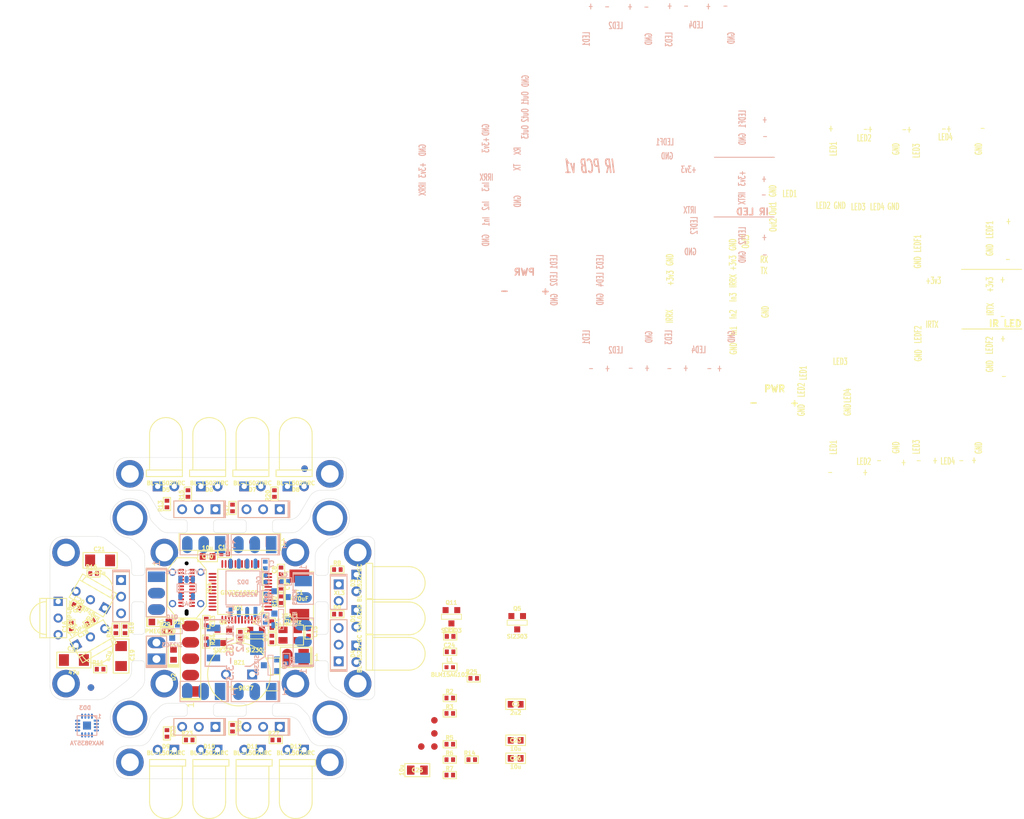
<source format=kicad_pcb>
(kicad_pcb (version 20221018) (generator pcbnew)
  (layers (0 "F.Cu" signal) (31 "B.Cu" signal) (34 "B.Paste" user) (35 "F.Paste" user) (36 "B.SilkS" user "B.Silkscreen") (37 "F.SilkS" user "F.Silkscreen") (38 "B.Mask" user) (39 "F.Mask" user) (44 "Edge.Cuts" user))
  (net 0 "")
  (net 1 "GND")
  (net 2 "/BuzzerOut")
  (net 3 "+3v3")
  (net 4 "Net-(C3-Pad1)")
  (net 5 "Net-(DD1-OSCIN)")
  (net 6 "+PwrMCU")
  (net 7 "Net-(Q6-Vs)")
  (net 8 "Net-(C15-Pad1)")
  (net 9 "Net-(Q3-Vs)")
  (net 10 "/IR_TX_OUT")
  (net 11 "Net-(D3-PadA)")
  (net 12 "Net-(D4-PadA)")
  (net 13 "Net-(D5-PadA)")
  (net 14 "Net-(D6-PadA)")
  (net 15 "Net-(D7-PadA)")
  (net 16 "Net-(D8-PadA)")
  (net 17 "Net-(D9-PadA)")
  (net 18 "Net-(D10-PadA)")
  (net 19 "Net-(D11-PadA)")
  (net 20 "Net-(D12-PadA)")
  (net 21 "Net-(Q4-Vs)")
  (net 22 "Net-(D2-PadA)")
  (net 23 "/NPX_CTRL")
  (net 25 "/NPX_DATA")
  (net 26 "/FLASH_IO3")
  (net 27 "/FLASH_IO2")
  (net 28 "/FLASH_MOSI")
  (net 29 "/FLASH_MISO")
  (net 30 "/LED_FRONT1")
  (net 31 "/LED_FRONT2")
  (net 32 "/IR_RCVR")
  (net 33 "/IR_LED_DAC")
  (net 34 "/FLASH_SCK")
  (net 35 "/FLASH_NSS")
  (net 36 "/USB_D+")
  (net 37 "/USB_D-")
  (net 38 "Net-(DD1-PA10)")
  (net 39 "Net-(DD1-PA9)")
  (net 40 "/AU_SDIN")
  (net 41 "/AU_BCLK")
  (net 42 "/AU_LRCK")
  (net 43 "Net-(DD1-OSCOUT)")
  (net 45 "/LED_PWM1_IN")
  (net 46 "/LED_PWM2_IN")
  (net 47 "/LED_PWM3_IN")
  (net 48 "/LED_PWM4_IN")
  (net 49 "/Buzzer")
  (net 50 "/UART_TX")
  (net 51 "/UART_RX")
  (net 52 "/AU_SDMODE")
  (net 54 "/SWDIO")
  (net 55 "/SWCLK")
  (net 57 "/SPK_P")
  (net 58 "/SPK_M")
  (net 61 "/USB_CC1")
  (net 62 "/USB_CC2")
  (net 63 "+5vUSB")
  (net 65 "/IR_LED_IN")
  (net 66 "/IR_INTERM")
  (net 67 "/LED_PWM1")
  (net 68 "/+PWR_IN")
  (net 69 "/LED_PWM2")
  (net 70 "/LED_PWM3")
  (net 71 "/LED_PWM4")
  (net 89 "+PwrUnst")
  (net 92 "/Gpio1")
  (net 93 "/Gpio2")
  (net 94 "/Gpio3")
  (net 95 "/Gpio4")
  (footprint "Connectors:PLS-3" (layer "F.Cu") (at 137.8 125.6 180)
    (fp_text reference "XL22" hide)
    (fp_text value "SOCKET_3" hide)
    (pad "1" thru_hole rect (at 0 0 180) (size 1.5 1.5) (drill 0.9) (layers "*.Cu" "*.Mask") (net 1 "GND"))
    (pad "2" thru_hole circle (at 2.54 0 180) (size 1.5 1.5) (drill 0.9) (layers "*.Cu" "*.Mask") (net 69 "/LED_PWM2"))
    (pad "3" thru_hole circle (at 5.08 0 180) (size 1.5 1.5) (drill 0.9) (layers "*.Cu" "*.Mask") (net 67 "/LED_PWM1"))
  )
  (footprint "PCB:REF_POINT_1MM" (layer "F.Cu") (at 151.4 86.2)
    (fp_text reference "RP1" hide)
    (fp_text value "REFPOINT" hide)
    (pad "REF" smd circle (at 0 0) (size 1 1) (layers "F.Cu" "F.Mask") (clearance 1.15))
  )
  (footprint "LEDs:LED5mmR" (layer "F.Cu") (at 143.45 88.9125)
    (fp_text reference "D7" (at 0 0.5) (layer "F.SilkS") (effects (font (size 0.6 0.6))))
    (fp_text value "BL-L502URC" (at 0 -0.5) (layer "F.SilkS") (effects (font (size 0.6 0.6))))
    (pad "A" thru_hole rect (at -1.27 0) (size 1.5 1.5) (drill 0.8) (layers "*.Cu" "*.Mask") (net 15 "Net-(D7-PadA)"))
    (pad "C" thru_hole circle (at 1.27 0) (size 1.5 1.5) (drill 0.8) (layers "*.Cu" "*.Mask") (net 1 "GND"))
  )
  (footprint "Connectors:PLS-3" (layer "F.Cu") (at 147.613 92.4 180)
    (fp_text reference "XL19" hide)
    (fp_text value "SOCKET_3" hide)
    (pad "1" thru_hole rect (at 0 0 180) (size 1.5 1.5) (drill 0.9) (layers "*.Cu" "*.Mask") (net 1 "GND"))
    (pad "2" thru_hole circle (at 2.54 0 180) (size 1.5 1.5) (drill 0.9) (layers "*.Cu" "*.Mask") (net 71 "/LED_PWM4"))
    (pad "3" thru_hole circle (at 5.08 0 180) (size 1.5 1.5) (drill 0.9) (layers "*.Cu" "*.Mask") (net 70 "/LED_PWM3"))
  )
  (footprint "Resistors:RES_0402_Fab" (layer "F.Cu") (at 146.8 90 90)
    (fp_text reference "R20" (at 0.65 -1 90) (layer "F.SilkS") (effects (font (size 0.6 0.6)) (justify right)))
    (fp_text value "100R")
    (pad "1" smd rect (at -0.5 0 90) (size 0.6 0.7) (layers "F.Cu" "F.Paste" "F.Mask") (net 71 "/LED_PWM4"))
    (pad "2" smd rect (at 0.5 0 90) (size 0.6 0.7) (layers "F.Cu" "F.Paste" "F.Mask") (net 16 "Net-(D8-PadA)"))
  )
  (footprint "Capacitors:CAP_0402_Fab" (layer "F.Cu") (at 173.6 111.8)
    (fp_text reference "C5" (at 0.85 -1) (layer "F.SilkS") (effects (font (size 0.6 0.6)) (justify right)))
    (fp_text value "0.1u")
    (pad "1" smd rect (at -0.5 0) (size 0.6 0.7) (layers "F.Cu" "F.Paste" "F.Mask") (net 89 "+PwrUnst"))
    (pad "2" smd rect (at 0.5 0) (size 0.6 0.7) (layers "F.Cu" "F.Paste" "F.Mask") (net 1 "GND"))
  )
  (footprint "Resistors:RES_0402_Fab" (layer "F.Cu") (at 140.4 125.8 -90)
    (fp_text reference "R26" (at 0.65 -1 90) (layer "F.SilkS") (effects (font (size 0.6 0.6)) (justify left)))
    (fp_text value "100R")
    (pad "1" smd rect (at -0.5 0 270) (size 0.6 0.7) (layers "F.Cu" "F.Paste" "F.Mask") (net 70 "/LED_PWM3"))
    (pad "2" smd rect (at 0.5 0 270) (size 0.6 0.7) (layers "F.Cu" "F.Paste" "F.Mask") (net 19 "Net-(D11-PadA)"))
  )
  (footprint "Capacitors:CAP_0402_Fab" (layer "F.Cu") (at 139.2 99.2)
    (fp_text reference "C12" (at 0.85 -1) (layer "F.SilkS") (effects (font (size 0.6 0.6)) (justify right)))
    (fp_text value "0.1u")
    (pad "1" smd rect (at -0.5 0) (size 0.6 0.7) (layers "F.Cu" "F.Paste" "F.Mask") (net 6 "+PwrMCU"))
    (pad "2" smd rect (at 0.5 0) (size 0.6 0.7) (layers "F.Cu" "F.Paste" "F.Mask") (net 1 "GND"))
  )
  (footprint "LEDs:LED5mmR" (layer "F.Cu") (at 130.25 88.9125)
    (fp_text reference "D5" (at 0 0.5) (layer "F.SilkS") (effects (font (size 0.6 0.6))))
    (fp_text value "BL-L502URC" (at 0 -0.5) (layer "F.SilkS") (effects (font (size 0.6 0.6))))
    (pad "A" thru_hole rect (at -1.27 0) (size 1.5 1.5) (drill 0.8) (layers "*.Cu" "*.Mask") (net 13 "Net-(D5-PadA)"))
    (pad "C" thru_hole circle (at 1.27 0) (size 1.5 1.5) (drill 0.8) (layers "*.Cu" "*.Mask") (net 1 "GND"))
  )
  (footprint "Resistors:RES_0402_Fab" (layer "F.Cu") (at 156.4 101.6)
    (fp_text reference "R8" (at 0.65 -1) (layer "F.SilkS") (effects (font (size 0.6 0.6)) (justify right)))
    (fp_text value "100R")
    (pad "1" smd rect (at -0.5 0) (size 0.6 0.7) (layers "F.Cu" "F.Paste" "F.Mask") (net 30 "/LED_FRONT1"))
    (pad "2" smd rect (at 0.5 0) (size 0.6 0.7) (layers "F.Cu" "F.Paste" "F.Mask") (net 11 "Net-(D3-PadA)"))
  )
  (footprint "PCB:Hole2d7_out4d2mm" (layer "F.Cu") (at 115 119)
    (fp_text reference "HOLE10" hide)
    (fp_text value "HOLE_METALLED" hide)
    (pad "H" thru_hole circle (at 0 0) (size 4.2 4.2) (drill 2.7) (layers "*.Cu" "*.Mask") (net 1 "GND"))
  )
  (footprint "Capacitors:CAP_0402_Fab" (layer "F.Cu") (at 116.6 107.2 -30)
    (fp_text reference "C20" (at 0.85 -1 -30) (layer "F.SilkS") (effects (font (size 0.6 0.6)) (justify right)))
    (fp_text value "0.1u")
    (pad "1" smd rect (at -0.5 0 330) (size 0.6 0.7) (layers "F.Cu" "F.Paste" "F.Mask") (net 7 "Net-(Q6-Vs)"))
    (pad "2" smd rect (at 0.5 0 330) (size 0.6 0.7) (layers "F.Cu" "F.Paste" "F.Mask") (net 1 "GND"))
  )
  (footprint "PCB:TESTPOINT_1MM" (layer "F.Cu") (at 169.2 128.6)
    (fp_text reference "TP2" hide)
    (fp_text value "TESTPOINT" hide)
    (pad "1" smd circle (at 0 0) (size 1 1) (layers "F.Cu" "F.Mask") (net 41 "/AU_BCLK"))
  )
  (footprint "Capacitors:CAP_0402_Fab" (layer "F.Cu") (at 146.4 112.2 90)
    (fp_text reference "C4" (at 0.85 -1 90) (layer "F.SilkS") (effects (font (size 0.6 0.6)) (justify right)))
    (fp_text value "18pF")
    (pad "1" smd rect (at -0.5 0 90) (size 0.6 0.7) (layers "F.Cu" "F.Paste" "F.Mask") (net 5 "Net-(DD1-OSCIN)"))
    (pad "2" smd rect (at 0.5 0 90) (size 0.6 0.7) (layers "F.Cu" "F.Paste" "F.Mask") (net 1 "GND"))
  )
  (footprint "LEDs:LED5mmR" (layer "F.Cu") (at 150.05 129.0875 180)
    (fp_text reference "D12" (at 0 0.5) (layer "F.SilkS") (effects (font (size 0.6 0.6))))
    (fp_text value "BL-L502URC" (at 0 -0.5) (layer "F.SilkS") (effects (font (size 0.6 0.6))))
    (pad "A" thru_hole rect (at -1.27 0 180) (size 1.5 1.5) (drill 0.8) (layers "*.Cu" "*.Mask") (net 20 "Net-(D12-PadA)"))
    (pad "C" thru_hole circle (at 1.27 0 180) (size 1.5 1.5) (drill 0.8) (layers "*.Cu" "*.Mask") (net 1 "GND"))
  )
  (footprint "Resistors:RES_0402_Fab" (layer "F.Cu") (at 173.55 121.2)
    (fp_text reference "R2" (at 0.65 -1) (layer "F.SilkS") (effects (font (size 0.6 0.6)) (justify right)))
    (fp_text value "5k1")
    (pad "1" smd rect (at -0.5 0) (size 0.6 0.7) (layers "F.Cu" "F.Paste" "F.Mask") (net 1 "GND"))
    (pad "2" smd rect (at 0.5 0) (size 0.6 0.7) (layers "F.Cu" "F.Paste" "F.Mask") (net 61 "/USB_CC1"))
  )
  (footprint "Resistors:RES_0402_Fab" (layer "F.Cu") (at 147 127.6)
    (fp_text reference "R27" (at 0.65 -1) (layer "F.SilkS") (effects (font (size 0.6 0.6)) (justify right)))
    (fp_text value "100R")
    (pad "1" smd rect (at -0.5 0) (size 0.6 0.7) (layers "F.Cu" "F.Paste" "F.Mask") (net 71 "/LED_PWM4"))
    (pad "2" smd rect (at 0.5 0) (size 0.6 0.7) (layers "F.Cu" "F.Paste" "F.Mask") (net 20 "Net-(D12-PadA)"))
  )
  (footprint "LEDs:LED5mmR" (layer "F.Cu") (at 159.2875 114.45 -90)
    (fp_text reference "D4" (at 0 0.5 90) (layer "F.SilkS") (effects (font (size 0.6 0.6))))
    (fp_text value "BL-L522PGC" (at 0 -0.5 90) (layer "F.SilkS") (effects (font (size 0.6 0.6))))
    (pad "A" thru_hole rect (at -1.27 0 270) (size 1.5 1.5) (drill 0.8) (layers "*.Cu" "*.Mask") (net 12 "Net-(D4-PadA)"))
    (pad "C" thru_hole circle (at 1.27 0 270) (size 1.5 1.5) (drill 0.8) (layers "*.Cu" "*.Mask") (net 1 "GND"))
  )
  (footprint "PCB:Hole2d7_out4d2mm" (layer "F.Cu") (at 130 99)
    (fp_text reference "HOLE2" hide)
    (fp_text value "HOLE_METALLED" hide)
    (pad "H" thru_hole circle locked (at 0 0) (size 4.2 4.2) (drill 2.7) (layers "*.Cu" "*.Mask") (net 1 "GND"))
  )
  (footprint "Capacitors:CAP_0402_Fab" (layer "F.Cu") (at 115.8 110.2 90)
    (fp_text reference "C16" (at 0.85 -1 90) (layer "F.SilkS") (effects (font (size 0.6 0.6)) (justify right)))
    (fp_text value "0.1u")
    (pad "1" smd rect (at -0.5 0 90) (size 0.6 0.7) (layers "F.Cu" "F.Paste" "F.Mask") (net 9 "Net-(Q3-Vs)"))
    (pad "2" smd rect (at 0.5 0 90) (size 0.6 0.7) (layers "F.Cu" "F.Paste" "F.Mask") (net 1 "GND"))
  )
  (footprint "PCB:Hole2d7_out4d2mm" (layer "F.Cu") (at 155.25 131)
    (fp_text reference "HOLE8" hide)
    (fp_text value "HOLE_METALLED" hide)
    (pad "H" thru_hole circle locked (at 0 0) (size 4.2 4.2) (drill 2.7) (layers "*.Cu" "*.Mask") (net 1 "GND"))
  )
  (footprint "SOT:SOT23-3" (layer "F.Cu") (at 183.835 109.7086)
    (fp_text reference "Q5" (at 0 -2.159) (layer "F.SilkS") (effects (font (size 0.6 0.6))))
    (fp_text value "SI2303" (at 0 2.10058) (layer "F.SilkS") (effects (font (size 0.6 0.6) (thickness 0.15) bold)))
    (pad "1" smd rect (at 0.889 -1.016) (size 0.9144 0.9144) (layers "F.Cu" "F.Paste" "F.Mask") (net 45 "/LED_PWM1_IN"))
    (pad "2" smd rect (at -0.889 -1.016) (size 0.9144 0.9144) (layers "F.Cu" "F.Paste" "F.Mask") (net 3 "+3v3"))
    (pad "3" smd rect (at 0 1.016) (size 0.9144 0.9144) (layers "F.Cu" "F.Paste" "F.Mask") (net 67 "/LED_PWM1"))
  )
  (footprint "Connectors:PLS-3" (layer "F.Cu") (at 156.6 115.6 90)
    (fp_text reference "XL8" hide)
    (fp_text value "SOCKET_3" hide)
    (pad "1" thru_hole rect (at 0 0 90) (size 1.5 1.5) (drill 0.9) (layers "*.Cu" "*.Mask") (net 1 "GND"))
    (pad "2" thru_hole circle (at 2.54 0 90) (size 1.5 1.5) (drill 0.9) (layers "*.Cu" "*.Mask") (net 30 "/LED_FRONT1"))
    (pad "3" thru_hole circle (at 5.08 0 90) (size 1.5 1.5) (drill 0.9) (layers "*.Cu" "*.Mask") (net 31 "/LED_FRONT2"))
  )
  (footprint "Resistors:RES_0402_Fab" (layer "F.Cu") (at 130.4 91.6 90)
    (fp_text reference "R13" (at 0.65 -1 90) (layer "F.SilkS") (effects (font (size 0.6 0.6)) (justify right)))
    (fp_text value "100R")
    (pad "1" smd rect (at -0.5 0 90) (size 0.6 0.7) (layers "F.Cu" "F.Paste" "F.Mask") (net 67 "/LED_PWM1"))
    (pad "2" smd rect (at 0.5 0 90) (size 0.6 0.7) (layers "F.Cu" "F.Paste" "F.Mask") (net 13 "Net-(D5-PadA)"))
  )
  (footprint "LEDs:LED5mmR" (layer "F.Cu") (at 150.05 88.9125)
    (fp_text reference "D8" (at 0 0.5) (layer "F.SilkS") (effects (font (size 0.6 0.6))))
    (fp_text value "BL-L502URC" (at 0 -0.5) (layer "F.SilkS") (effects (font (size 0.6 0.6))))
    (pad "A" thru_hole rect (at -1.27 0) (size 1.5 1.5) (drill 0.8) (layers "*.Cu" "*.Mask") (net 16 "Net-(D8-PadA)"))
    (pad "C" thru_hole circle (at 1.27 0) (size 1.5 1.5) (drill 0.8) (layers "*.Cu" "*.Mask") (net 1 "GND"))
  )
  (footprint "SOT:SOT23-3" (layer "F.Cu") (at 139 111.8)
    (fp_text reference "Q8" (at 0 -2.159) (layer "F.SilkS") (effects (font (size 0.6 0.6))))
    (fp_text value "SI2303" (at 0 2.10058) (layer "F.SilkS") (effects (font (size 0.6 0.6) (thickness 0.15) bold)))
    (pad "1" smd rect (at 0.889 -1.016) (size 0.9144 0.9144) (layers "F.Cu" "F.Paste" "F.Mask") (net 47 "/LED_PWM3_IN"))
    (pad "2" smd rect (at -0.889 -1.016) (size 0.9144 0.9144) (layers "F.Cu" "F.Paste" "F.Mask") (net 3 "+3v3"))
    (pad "3" smd rect (at 0 1.016) (size 0.9144 0.9144) (layers "F.Cu" "F.Paste" "F.Mask") (net 70 "/LED_PWM3"))
  )
  (footprint "Capacitors:CAP_0402_Fab" (layer "F.Cu") (at 146.4 110 -90)
    (fp_text reference "C14" (at 0.85 -1 90) (layer "F.SilkS") (effects (font (size 0.6 0.6)) (justify left)))
    (fp_text value "0.1u")
    (pad "1" smd rect (at -0.5 0 270) (size 0.6 0.7) (layers "F.Cu" "F.Paste" "F.Mask") (net 6 "+PwrMCU"))
    (pad "2" smd rect (at 0.5 0 270) (size 0.6 0.7) (layers "F.Cu" "F.Paste" "F.Mask") (net 1 "GND"))
  )
  (footprint "Sensors:TSOP48xx" (layer "F.Cu") (at 118.725 106.2 150)
    (fp_text reference "Q6" (at -1.4 -2.7 150) (layer "F.SilkS") (effects (font (size 0.6 0.6))))
    (fp_text value "TSOP48xx" (at -0.5 -1.8 150) (layer "F.SilkS") (effects (font (size 0.6 0.6))))
    (pad "1" thru_hole rect (at -2.54 0 150) (size 1.4 1.4) (drill 0.8) (layers "*.Cu" "*.Mask") (net 32 "/IR_RCVR"))
    (pad "2" thru_hole circle (at 0 0 150) (size 1.4 1.4) (drill 0.8) (layers "*.Cu" "*.Mask") (net 1 "GND"))
    (pad "3" thru_hole circle (at 2.54 0 150) (size 1.4 1.4) (drill 0.8) (layers "*.Cu" "*.Mask") (net 7 "Net-(Q6-Vs)"))
  )
  (footprint "Resistors:RES_0402_Fab" (layer "F.Cu") (at 173.55 132.95)
    (fp_text reference "R7" (at 0.65 -1) (layer "F.SilkS") (effects (font (size 0.6 0.6)) (justify right)))
    (fp_text value "2R0")
    (pad "1" smd rect (at -0.5 0) (size 0.6 0.7) (layers "F.Cu" "F.Paste" "F.Mask") (net 63 "+5vUSB"))
    (pad "2" smd rect (at 0.5 0) (size 0.6 0.7) (layers "F.Cu" "F.Paste" "F.Mask") (net 4 "Net-(C3-Pad1)"))
  )
  (footprint "Resistors:RES_0402_Fab" (layer "F.Cu") (at 119.2 102.2)
    (fp_text reference "R16" (at 0.65 -1) (layer "F.SilkS") (effects (font (size 0.6 0.6)) (justify right)))
    (fp_text value "51R")
    (pad "1" smd rect (at -0.5 0) (size 0.6 0.7) (layers "F.Cu" "F.Paste" "F.Mask") (net 7 "Net-(Q6-Vs)"))
    (pad "2" smd rect (at 0.5 0) (size 0.6 0.7) (layers "F.Cu" "F.Paste" "F.Mask") (net 3 "+3v3"))
  )
  (footprint "Capacitors:CAP_0402_Fab" (layer "F.Cu") (at 136.4 109.6 -90)
    (fp_text reference "C13" (at 0.85 -1 90) (layer "F.SilkS") (effects (font (size 0.6 0.6)) (justify left)))
    (fp_text value "0.1u")
    (pad "1" smd rect (at -0.5 0 270) (size 0.6 0.7) (layers "F.Cu" "F.Paste" "F.Mask") (net 6 "+PwrMCU"))
    (pad "2" smd rect (at 0.5 0 270) (size 0.6 0.7) (layers "F.Cu" "F.Paste" "F.Mask") (net 1 "GND"))
  )
  (footprint "Sensors:TSOP48xx" (layer "F.Cu") (at 113.8 109 -90)
    (fp_text reference "Q3" (at -1.4 -2.7 90) (layer "F.SilkS") (effects (font (size 0.6 0.6))))
    (fp_text value "TSOP48xx" (at -0.5 -1.8 90) (layer "F.SilkS") (effects (font (size 0.6 0.6))))
    (pad "1" thru_hole rect (at -2.54 0 270) (size 1.4 1.4) (drill 0.8) (layers "*.Cu" "*.Mask") (net 32 "/IR_RCVR"))
    (pad "2" thru_hole circle (at 0 0 270) (size 1.4 1.4) (drill 0.8) (layers "*.Cu" "*.Mask") (net 1 "GND"))
    (pad "3" thru_hole circle (at 2.54 0 270) (size 1.4 1.4) (drill 0.8) (layers "*.Cu" "*.Mask") (net 9 "Net-(Q3-Vs)"))
  )
  (footprint "PCB:Hole2d7_out4d2mm" (layer "F.Cu") (at 155.25 87)
    (fp_text reference "HOLE6" hide)
    (fp_text value "HOLE_METALLED" hide)
    (pad "H" thru_hole circle locked (at 0 0) (size 4.2 4.2) (drill 2.7) (layers "*.Cu" "*.Mask") (net 1 "GND"))
  )
  (footprint "Resistors:RES_0402_Fab" (layer "F.Cu") (at 177.2 118.2)
    (fp_text reference "R25" (at 0.65 -1) (layer "F.SilkS") (effects (font (size 0.6 0.6)) (justify right)))
    (fp_text value "10k")
    (pad "1" smd rect (at -0.5 0) (size 0.6 0.7) (layers "F.Cu" "F.Paste" "F.Mask") (net 3 "+3v3"))
    (pad "2" smd rect (at 0.5 0) (size 0.6 0.7) (layers "F.Cu" "F.Paste" "F.Mask") (net 48 "/LED_PWM4_IN"))
  )
  (footprint "LEDs:LED5mmR" (layer "F.Cu") (at 136.85 88.9125)
    (fp_text reference "D6" (at 0 0.5) (layer "F.SilkS") (effects (font (size 0.6 0.6))))
    (fp_text value "BL-L502URC" (at 0 -0.5) (layer "F.SilkS") (effects (font (size 0.6 0.6))))
    (pad "A" thru_hole rect (at -1.27 0) (size 1.5 1.5) (drill 0.8) (layers "*.Cu" "*.Mask") (net 14 "Net-(D6-PadA)"))
    (pad "C" thru_hole circle (at 1.27 0) (size 1.5 1.5) (drill 0.8) (layers "*.Cu" "*.Mask") (net 1 "GND"))
  )
  (footprint "LQFP_TQFP:LQFP48" (layer "F.Cu") (at 141.6 105 180)
    (fp_text reference "DD1" (at 0.39878 -2.499359) (layer "F.SilkS") (effects (font (size 0.59944 0.59944) (thickness 0.14986))))
    (fp_text value "GD32E103CB" (at 0.141421 -0.141421) (layer "F.SilkS") (effects (font (size 0.59944 0.59944) (thickness 0.14986))))
    (fp_text user "1" (at -4.064 -3.81) (layer "F.SilkS"))
    (pad "1" smd rect (at -4.25 -2.75 180) (size 1.2 0.27) (layers "F.Cu" "F.Paste" "F.Mask") (net 6 "+PwrMCU"))
    (pad "2" smd oval (at -4.25 -2.25 180) (size 1.2 0.27) (layers "F.Cu" "F.Paste" "F.Mask") (net 52 "/AU_SDMODE"))
    (pad "3" smd oval (at -4.25 -1.75 180) (size 1.2 0.27) (layers "F.Cu" "F.Paste" "F.Mask"))
    (pad "4" smd oval (at -4.25 -1.25 180) (size 1.2 0.27) (layers "F.Cu" "F.Paste" "F.Mask"))
    (pad "5" smd oval (at -4.25 -0.75 180) (size 1.2 0.27) (layers "F.Cu" "F.Paste" "F.Mask") (net 5 "Net-(DD1-OSCIN)"))
    (pad "6" smd oval (at -4.25 -0.25 180) (size 1.2 0.27) (layers "F.Cu" "F.Paste" "F.Mask") (net 43 "Net-(DD1-OSCOUT)"))
    (pad "7" smd oval (at -4.25 0.25 180) (size 1.2 0.27) (layers "F.Cu" "F.Paste" "F.Mask"))
    (pad "8" smd oval (at -4.25 0.75 180) (size 1.2 0.27) (layers "F.Cu" "F.Paste" "F.Mask") (net 1 "GND"))
    (pad "9" smd oval (at -4.25 1.25 180) (size 1.2 0.27) (layers "F.Cu" "F.Paste" "F.Mask") (net 6 "+PwrMCU"))
    (pad "10" smd oval (at -4.25 1.75 180) (size 1.2 0.27) (layers "F.Cu" "F.Paste" "F.Mask") (net 23 "/NPX_CTRL"))
    (pad "11" smd oval (at -4.25 2.25 180) (size 1.2 0.27) (layers "F.Cu" "F.Paste" "F.Mask") (net 32 "/IR_RCVR"))
    (pad "12" smd oval (at -4.25 2.75 180) (size 1.2 0.27) (layers "F.Cu" "F.Paste" "F.Mask") (net 50 "/UART_TX"))
    (pad "13" smd oval (at -2.75 4.25 270) (size 1.2 0.27) (layers "F.Cu" "F.Paste" "F.Mask") (net 51 "/UART_RX"))
    (pad "14" smd oval (at -2.25 4.25 270) (size 1.2 0.27) (layers "F.Cu" "F.Paste" "F.Mask") (net 33 "/IR_LED_DAC"))
    (pad "15" smd oval (at -1.75 4.25 270) (size 1.2 0.27) (layers "F.Cu" "F.Paste" "F.Mask"))
    (pad "16" smd oval (at -1.25 4.25 270) (size 1.2 0.27) (layers "F.Cu" "F.Paste" "F.Mask") (net 45 "/LED_PWM1_IN"))
    (pad "17" smd oval (at -0.75 4.25 270) (size 1.2 0.27) (layers "F.Cu" "F.Paste" "F.Mask") (net 46 "/LED_PWM2_IN"))
    (pad "18" smd oval (at -0.25 4.25 270) (size 1.2 0.27) (layers "F.Cu" "F.Paste" "F.Mask") (net 47 "/LED_PWM3_IN"))
    (pad "19" smd oval (at 0.25 4.25 270) (size 1.2 0.27) (layers "F.Cu" "F.Paste" "F.Mask") (net 48 "/LED_PWM4_IN"))
    (pad "20" smd oval (at 0.75 4.25 270) (size 1.2 0.27) (layers "F.Cu" "F.Paste" "F.Mask") (net 92 "/Gpio1"))
    (pad "21" smd oval (at 1.25 4.25 270) (size 1.2 0.27) (layers "F.Cu" "F.Paste" "F.Mask") (net 93 "/Gpio2"))
    (pad "22" smd oval (at 1.75 4.25 270) (size 1.2 0.27) (layers "F.Cu" "F.Paste" "F.Mask") (net 94 "/Gpio3"))
    (pad "23" smd oval (at 2.25 4.25 270) (size 1.2 0.27) (layers "F.Cu" "F.Paste" "F.Mask") (net 1 "GND"))
    (pad "24" smd oval (at 2.75 4.25 270) (size 1.2 0.27) (layers "F.Cu" "F.Paste" "F.Mask") (net 6 "+PwrMCU"))
    (pad "25" smd oval (at 4.25 2.75 180) (size 1.2 0.27) (layers "F.Cu" "F.Paste" "F.Mask") (net 42 "/AU_LRCK"))
    (pad "26" smd oval (at 4.25 2.25 180) (size 1.2 0.27) (layers "F.Cu" "F.Paste" "F.Mask") (net 41 "/AU_BCLK"))
    (pad "27" smd oval (at 4.25 1.75 180) (size 1.2 0.27) (layers "F.Cu" "F.Paste" "F.Mask") (net 49 "/Buzzer"))
    (pad "28" smd oval (at 4.25 1.25 180) (size 1.2 0.27) (layers "F.Cu" "F.Paste" "F.Mask") (net 40 "/AU_SDIN"))
    (pad "29" smd oval (at 4.25 0.75 180) (size 1.2 0.27) (layers "F.Cu" "F.Paste" "F.Mask") (net 95 "/Gpio4"))
    (pad "30" smd oval (at 4.25 0.25 180) (size 1.2 0.27) (layers "F.Cu" "F.Paste" "F.Mask") (net 39 "Net-(DD1-PA9)"))
    (pad "31" smd oval (at 4.25 -0.25 180) (size 1.2 0.27) (layers "F.Cu" "F.Paste" "F.Mask") (net 38 "Net-(DD1-PA10)"))
    (pad "32" smd oval (at 4.25 -0.75 180) (size 1.2 0.27) (layers "F.Cu" "F.Paste" "F.Mask") (net 37 "/USB_D-"))
    (pad "33" smd oval (at 4.25 -1.25 180) (size 1.2 0.27) (layers "F.Cu" "F.Paste" "F.Mask") (net 36 "/USB_D+"))
    (pad "34" smd oval (at 4.25 -1.75 180) (size 1.2 0.27) (layers "F.Cu" "F.Paste" "F.Mask") (net 54 "/SWDIO"))
    (pad "35" smd oval (at 4.25 -2.25 180) (size 1.2 0.27) (layers "F.Cu" "F.Paste" "F.Mask") (net 1 "GND"))
    (pad "36" smd oval (at 4.25 -2.75 180) (size 1.2 0.27) (layers "F.Cu" "F.Paste" "F.Mask") (net 6 "+PwrMCU"))
    (pad "37" smd oval (at 2.75 -4.25 270) (size 1.2 0.27) (layers "F.Cu" "F.Paste" "F.Mask") (net 55 "/SWCLK"))
    (pad "38" smd oval (at 2.25 -4.25 270) (size 1.2 0.27) (layers "F.Cu" "F.Paste" "F.Mask") (net 35 "/FLASH_NSS"))
    (pad "39" smd oval (at 1.75 -4.25 270) (size 1.2 0.27) (layers "F.Cu" "F.Paste" "F.Mask") (net 34 "/FLASH_SCK"))
    (pad "40" smd oval (at 1.25 -4.25 270) (size 1.2 0.27) (layers "F.Cu" "F.Paste" "F.Mask") (net 29 "/FLASH_MISO"))
    (pad "41" smd oval (at 0.75 -4.25 270) (size 1.2 0.27) (layers "F.Cu" "F.Paste" "F.Mask") (net 28 "/FLASH_MOSI"))
    (pad "42" smd oval (at 0.25 -4.25 270) (size 1.2 0.27) (layers "F.Cu" "F.Paste" "F.Mask") (net 27 "/FLASH_IO2"))
    (pad "43" smd oval (at -0.25 -4.25 270) (size 1.2 0.27) (layers "F.Cu" "F.Paste" "F.Mask") (net 26 "/FLASH_IO3"))
    (pad "44" smd oval (at -0.75 -4.25 270) (size 1.2 0.27) (layers "F.Cu" "F.Paste" "F.Mask") (net 1 "GND"))
    (pad "45" smd oval (at -1.25 -4.25 270) (size 1.2 0.27) (layers "F.Cu" "F.Paste" "F.Mask") (net 30 "/LED_FRONT1"))
    (pad "46" smd oval (at -1.75 -4.25 270) (size 1.2 0.27) (layers "F.Cu" "F.Paste" "F.Mask") (net 31 "/LED_FRONT2"))
    (pad "47" smd oval (at -2.25 -4.25 270) (size 1.2 0.27) (layers "F.Cu" "F.Paste" "F.Mask") (net 1 "GND"))
    (pad "48" smd oval (at -2.75 -4.25 270) (size 1.2 0.27) (layers "F.Cu" "F.Paste" "F.Mask") (net 6 "+PwrMCU"))
  )
  (footprint "Capacitors:CAP_1206" (layer "F.Cu") (at 123.4 114.8 -90)
    (fp_text reference "C19" (at -0.127 -1.7145 90) (layer "F.SilkS") (effects (font (size 0.6 0.6))))
    (fp_text value "47u" (at 0 1.89992 90) (layer "F.SilkS") (effects (font (size 0.6 0.6))))
    (pad "1" smd rect (at -1.524 0 270) (size 1.524 1.778) (layers "F.Cu" "F.Paste" "F.Mask") (net 21 "Net-(Q4-Vs)"))
    (pad "2" smd rect (at 1.524 0 270) (size 1.524 1.778) (layers "F.Cu" "F.Paste" "F.Mask") (net 1 "GND"))
  )
  (footprint "Capacitors:CAP_D" (layer "F.Cu") (at 150.6 105.6 90)
    (fp_text reference "C1" (at 0.5 0) (layer "F.SilkS") (effects (font (size 0.6 0.6))))
    (fp_text value "470uF" (at -0.45 0) (layer "F.SilkS") (effects (font (size 0.6 0.6))))
    (fp_text user "+" (at -4.3 -2.05 90) (layer "F.SilkS"))
    (pad "1" smd rect (at -3 0 90) (size 2 3) (layers "F.Cu" "F.Paste" "F.Mask") (net 3 "+3v3"))
    (pad "2" smd rect (at 3 0 90) (size 2 3) (layers "F.Cu" "F.Paste" "F.Mask") (net 1 "GND"))
  )
  (footprint "Resistors:RES_0402_Fab" (layer "F.Cu") (at 120.2 116.8)
    (fp_text reference "R11" (at 0.65 -1) (layer "F.SilkS") (effects (font (size 0.6 0.6)) (justify right)))
    (fp_text value "51R")
    (pad "1" smd rect (at -0.5 0) (size 0.6 0.7) (layers "F.Cu" "F.Paste" "F.Mask") (net 9 "Net-(Q3-Vs)"))
    (pad "2" smd rect (at 0.5 0) (size 0.6 0.7) (layers "F.Cu" "F.Paste" "F.Mask") (net 3 "+3v3"))
  )
  (footprint "PCB:Hole2d7_out4d2mm" (layer "F.Cu") (at 150 99)
    (fp_text reference "HOLE1" hide)
    (fp_text value "HOLE_METALLED" hide)
    (pad "H" thru_hole circle locked (at 0 0) (size 4.2 4.2) (drill 2.7) (layers "*.Cu" "*.Mask") (net 1 "GND"))
  )
  (footprint "Capacitors:CAP_0603_Silks" (layer "F.Cu") (at 183.6 130.4)
    (fp_text reference "C26" (at 0 0) (layer "F.SilkS") (effects (font (size 0.6 0.6))))
    (fp_text value "10u" (at 0.011396 1.303049) (layer "F.SilkS") (effects (font (size 0.6 0.6))))
    (pad "1" smd rect (at -0.762 0) (size 0.889 1.016) (layers "F.Cu" "F.Paste" "F.Mask") (net 3 "+3v3"))
    (pad "2" smd rect (at 0.762 0) (size 0.889 1.016) (layers "F.Cu" "F.Paste" "F.Mask") (net 1 "GND"))
  )
  (footprint "Resistors:RES_0402_Fab" (layer "F.Cu") (at 147.8 106.2 90)
    (fp_text reference "R10" (at 0.65 -1 90) (layer "F.SilkS") (effects (font (size 0.6 0.6)) (justify right)))
    (fp_text value "1k")
    (pad "1" smd rect (at -0.5 0 90) (size 0.6 0.7) (layers "F.Cu" "F.Paste" "F.Mask") (net 8 "Net-(C15-Pad1)"))
    (pad "2" smd rect (at 0.5 0 90) (size 0.6 0.7) (layers "F.Cu" "F.Paste" "F.Mask") (net 43 "Net-(DD1-OSCOUT)"))
  )
  (footprint "Resistors:RES_0402_Fab" (layer "F.Cu") (at 176.9 130.6)
    (fp_text reference "R14" (at 0.65 -1) (layer "F.SilkS") (effects (font (size 0.6 0.6)) (justify right)))
    (fp_text value "10k")
    (pad "1" smd rect (at -0.5 0) (size 0.6 0.7) (layers "F.Cu" "F.Paste" "F.Mask") (net 3 "+3v3"))
    (pad "2" smd rect (at 0.5 0) (size 0.6 0.7) (layers "F.Cu" "F.Paste" "F.Mask") (net 45 "/LED_PWM1_IN"))
  )
  (footprint "Connectors:PLS-6-NoHole" (layer "F.Cu") (at 146.223 97.4 180)
    (fp_text reference "XL1" hide)
    (fp_text value "SOCKET_6" hide)
    (fp_text user "1" (at -2 0) (layer "F.SilkS"))
    (pad "1" smd rect (at 0 0 180) (size 1.5 1.5) (layers "F.Cu" "F.Mask") (net 3 "+3v3"))
    (pad "2" smd circle (at 2.54 0 180) (size 1.5 1.5) (layers "F.Cu" "F.Mask") (net 55 "/SWCLK"))
    (pad "3" smd circle (at 5.08 0 180) (size 1.5 1.5) (layers "F.Cu" "F.Mask") (net 1 "GND"))
    (pad "4" smd circle (at 7.62 0 180) (size 1.5 1.5) (layers "F.Cu" "F.Mask") (net 54 "/SWDIO"))
    (pad "5" smd circle (at 10.16 0 180) (size 1.5 1.5) (layers "F.Cu" "F.Mask") (net 50 "/UART_TX"))
    (pad "6" smd circle (at 12.7 0 180) (size 1.5 1.5) (layers "F.Cu" "F.Mask") (net 51 "/UART_RX"))
  )
  (footprint "LEDs:LED5mmR" (layer "F.Cu") (at 159.2875 109.05 -90)
    (fp_text reference "D1" (at 0 0.5 90) (layer "F.SilkS") (effects (font (size 0.6 0.6))))
    (fp_text value "TSAL6200" (at 0 -0.5 90) (layer "F.SilkS") (effects (font (size 0.6 0.6))))
    (pad "A" thru_hole rect (at -1.27 0 270) (size 1.5 1.5) (drill 0.8) (layers "*.Cu" "*.Mask") (net 3 "+3v3"))
    (pad "C" thru_hole circle (at 1.27 0 270) (size 1.5 1.5) (drill 0.8) (layers "*.Cu" "*.Mask") (net 10 "/IR_TX_OUT"))
  )
  (footprint "LEDs:LED5mmR" (layer "F.Cu") (at 136.85 129.0875 180)
    (fp_text reference "D10" (at 0 0.5) (layer "F.SilkS") (effects (font (size 0.6 0.6))))
    (fp_text value "BL-L502URC" (at 0 -0.5) (layer "F.SilkS") (effects (font (size 0.6 0.6))))
    (pad "A" thru_hole rect (at -1.27 0 180) (size 1.5 1.5) (drill 0.8) (layers "*.Cu" "*.Mask") (net 18 "Net-(D10-PadA)"))
    (pad "C" thru_hole circle (at 1.27 0 180) (size 1.5 1.5) (drill 0.8) (layers "*.Cu" "*.Mask") (net 1 "GND"))
  )
  (footprint "Resistors:RES_0402_Fab" (layer "F.Cu") (at 173.55 130.6)
    (fp_text reference "R6" (at 0.65 -1) (layer "F.SilkS") (effects (font (size 0.6 0.6)) (justify right)))
    (fp_text value "1k")
    (pad "1" smd rect (at -0.5 0) (size 0.6 0.7) (layers "F.Cu" "F.Paste" "F.Mask") (net 22 "Net-(D2-PadA)"))
    (pad "2" smd rect (at 0.5 0) (size 0.6 0.7) (layers "F.Cu" "F.Paste" "F.Mask") (net 38 "Net-(DD1-PA10)"))
  )
  (footprint "Sensors:TSOP48xx" (layer "F.Cu") (at 118.725 111.883494 30)
    (fp_text reference "Q4" (at -1.4 -2.7 30) (layer "F.SilkS") (effects (font (size 0.6 0.6))))
    (fp_text value "TSOP48xx" (at -0.5 -1.8 30) (layer "F.SilkS") (effects (font (size 0.6 0.6))))
    (pad "1" thru_hole rect (at -2.54 0 30) (size 1.4 1.4) (drill 0.8) (layers "*.Cu" "*.Mask") (net 32 "/IR_RCVR"))
    (pad "2" thru_hole circle (at 0 0 30) (size 1.4 1.4) (drill 0.8) (layers "*.Cu" "*.Mask") (net 1 "GND"))
    (pad "3" thru_hole circle (at 2.54 0 30) (size 1.4 1.4) (drill 0.8) (layers "*.Cu" "*.Mask") (net 21 "Net-(Q4-Vs)"))
  )
  (footprint "PCB:Hole4_out5d3mm" (layer "F.Cu") (at 155.25 93.75)
    (fp_text reference "HOLE13" hide)
    (fp_text value "HOLE_METALLED" hide)
    (pad "H" thru_hole circle locked (at 0 0) (size 5.3 5.3) (drill 4) (layers "*.Cu" "*.Mask") (net 1 "GND"))
  )
  (footprint "PCB:Hole4_out5d3mm" (layer "F.Cu") (at 124.75 93.75)
    (fp_text reference "HOLE16" hide)
    (fp_text value "HOLE_METALLED" hide)
    (pad "H" thru_hole circle locked (at 0 0) (size 5.3 5.3) (drill 4) (layers "*.Cu" "*.Mask") (net 1 "GND"))
  )
  (footprint "Connectors:SLD_2_2D5" (layer "F.Cu") (at 128.8 114 90)
    (fp_text reference "XL20" hide)
    (fp_text value "SOCKET_2" hide)
    (pad "1" thru_hole rect (at -1.25 0 90) (size 1.7 2.7) (drill 1.2) (layers "*.Cu" "*.Mask") (net 1 "GND"))
    (pad "2" thru_hole oval (at 1.25 0 90) (size 1.7 2.7) (drill 1.2) (layers "*.Cu" "*.Mask") (net 68 "/+PWR_IN"))
  )
  (footprint "Resistors:RES_0402_Fab" (layer "F.Cu") (at 173.55 128.25)
    (fp_text reference "R5" (at 0.65 -1) (layer "F.SilkS") (effects (font (size 0.6 0.6)) (justify right)))
    (fp_text value "1k")
    (pad "1" smd rect (at -0.5 0) (size 0.6 0.7) (layers "F.Cu" "F.Paste" "F.Mask") (net 63 "+5vUSB"))
    (pad "2" smd rect (at 0.5 0) (size 0.6 0.7) (layers "F.Cu" "F.Paste" "F.Mask") (net 39 "Net-(DD1-PA9)"))
  )
  (footprint "Connectors:SLD_2_2D5_SMD" (layer "F.Cu") (at 150 115 180)
    (fp_text reference "XL10" hide)
    (fp_text value "SOCKET_2" hide)
    (fp_text user "1" (at -3.282 0) (layer "F.SilkS"))
    (pad "1" smd rect (at -1.25 0 180) (size 1.6 2.6) (layers "F.Cu" "F.Paste" "F.Mask") (net 57 "/SPK_P"))
    (pad "2" smd oval (at 1.25 0 180) (size 1.6 2.6) (layers "F.Cu" "F.Paste" "F.Mask") (net 58 "/SPK_M"))
  )
  (footprint "Capacitors:CAP_0402_Fab" (layer "F.Cu") (at 173.6 111.8)
    (fp_text reference "C22" (at 0.85 -1) (layer "F.SilkS") (effects (font (size 0.6 0.6)) (justify right)))
    (fp_text value "0.1u")
    (pad "1" smd rect (at -0.5 0) (size 0.6 0.7) (layers "F.Cu" "F.Paste" "F.Mask") (net 89 "+PwrUnst"))
    (pad "2" smd rect (at 0.5 0) (size 0.6 0.7) (layers "F.Cu" "F.Paste" "F.Mask") (net 1 "GND"))
  )
  (footprint "Capacitors:CAP_0603_Silks" (layer "F.Cu") (at 183.6 122.15)
    (fp_text reference "C3" (at 0 0) (layer "F.SilkS") (effects (font (size 0.6 0.6))))
    (fp_text value "2u2" (at 0.011396 1.303049) (layer "F.SilkS") (effects (font (size 0.6 0.6))))
    (pad "1" smd rect (at -0.762 0) (size 0.889 1.016) (layers "F.Cu" "F.Paste" "F.Mask") (net 4 "Net-(C3-Pad1)"))
    (pad "2" smd rect (at 0.762 0) (size 0.889 1.016) (layers "F.Cu" "F.Paste" "F.Mask") (net 1 "GND"))
  )
  (footprint "Capacitors:CAP_0402_Fab" (layer "F.Cu") (at 173.6 114.15)
    (fp_text reference "C24" (at 0.85 -1) (layer "F.SilkS") (effects (font (size 0.6 0.6)) (justify right)))
    (fp_text value "0.1u")
    (pad "1" smd rect (at -0.5 0) (size 0.6 0.7) (layers "F.Cu" "F.Paste" "F.Mask") (net 89 "+PwrUnst"))
    (pad "2" smd rect (at 0.5 0) (size 0.6 0.7) (layers "F.Cu" "F.Paste" "F.Mask") (net 1 "GND"))
  )
  (footprint "Capacitors:CAP_0805" (layer "F.Cu") (at 168.6 132.2)
    (fp_text reference "C25" (at 0 0) (layer "F.SilkS") (effects (font (size 0.6 0.6))))
    (fp_text value "10u" (at -2.4 0 90) (layer "F.SilkS") (effects (font (size 0.6 0.6))))
    (pad "1" smd rect (at -1.016 0) (size 1.143 1.397) (layers "F.Cu" "F.Paste" "F.Mask") (net 89 "+PwrUnst"))
    (pad "2" smd rect (at 1.016 0) (size 1.143 1.397) (layers "F.Cu" "F.Paste" "F.Mask") (net 1 "GND"))
  )
  (footprint "Quartz:03225C4" (layer "F.Cu") (at 149.2 111.6)
    (fp_text reference "XTAL1" (at 0 -2.921) (layer "F.SilkS") (effects (font (size 0.6 0.6) (thickness 0.15) bold)))
    (fp_text value "12MHz" (at 0.254 -2.032) (layer "F.SilkS") (effects (font (size 0.6 0.6) (thickness 0.15) bold)))
    (pad "1" smd rect (at -1.1 0.8) (size 1.4 1) (layers "F.Cu" "F.Paste" "F.Mask") (net 5 "Net-(DD1-OSCIN)"))
    (pad "2" smd rect (at 1.1 -0.8) (size 1.4 1) (layers "F.Cu" "F.Paste" "F.Mask") (net 8 "Net-(C15-Pad1)"))
    (pad "H" smd rect (at -1.1 -0.8) (size 1.4 1) (layers "F.Cu" "F.Paste" "F.Mask") (net 1 "GND"))
    (pad "H" smd rect (at 1.1 0.8) (size 1.4 1) (layers "F.Cu" "F.Paste" "F.Mask") (net 1 "GND"))
  )
  (footprint "LEDs:LED_0603" (layer "F.Cu") (at 131.4 114.6 -90)
    (fp_text reference "D2" (at 3.4 0 90) (layer "F.SilkS") (effects (font (size 0.6 0.6))))
    (fp_text value "L-C191LBCT" hide)
    (pad "A" smd rect (at -0.762 0 270) (size 0.889 1.016) (layers "F.Cu" "F.Paste" "F.Mask") (net 22 "Net-(D2-PadA)"))
    (pad "C" smd rect (at 0.762 0 270) (size 0.889 1.016) (layers "F.Cu" "F.Paste" "F.Mask") (net 1 "GND"))
  )
  (footprint "Resistors:RES_0402_Fab" (layer "F.Cu") (at 122.6 110.8 90)
    (fp_text reference "R12" (at 0.65 -1 90) (layer "F.SilkS") (effects (font (size 0.6 0.6)) (justify right)))
    (fp_text value "51R")
    (pad "1" smd rect (at -0.5 0 90) (size 0.6 0.7) (layers "F.Cu" "F.Paste" "F.Mask") (net 21 "Net-(Q4-Vs)"))
    (pad "2" smd rect (at 0.5 0 90) (size 0.6 0.7) (layers "F.Cu" "F.Paste" "F.Mask") (net 3 "+3v3"))
  )
  (footprint "PCB:Hole4_out5d3mm" (layer "F.Cu") (at 124.75 124.25)
    (fp_text reference "HOLE15" hide)
    (fp_text value "HOLE_METALLED" hide)
    (pad "H" thru_hole circle locked (at 0 0) (size 5.3 5.3) (drill 4) (layers "*.Cu" "*.Mask") (net 1 "GND"))
  )
  (footprint "Capacitors:CAP_0402_Fab" (layer "F.Cu") (at 147.8 101.8 90)
    (fp_text reference "C8" (at 0.85 -1 90) (layer "F.SilkS") (effects (font (size 0.6 0.6)) (justify right)))
    (fp_text value "1u")
    (pad "1" smd rect (at -0.5 0 90) (size 0.6 0.7) (layers "F.Cu" "F.Paste" "F.Mask") (net 6 "+PwrMCU"))
    (pad "2" smd rect (at 0.5 0 90) (size 0.6 0.7) (layers "F.Cu" "F.Paste" "F.Mask") (net 1 "GND"))
  )
  (footprint "Resistors:RES_0402_Fab" (layer "F.Cu") (at 133.6 90 90)
    (fp_text reference "R15" (at 0.65 -1 90) (layer "F.SilkS") (effects (font (size 0.6 0.6)) (justify right)))
    (fp_text value "100R")
    (pad "1" smd rect (at -0.5 0 90) (size 0.6 0.7) (layers "F.Cu" "F.Paste" "F.Mask") (net 69 "/LED_PWM2"))
    (pad "2" smd rect (at 0.5 0 90) (size 0.6 0.7) (layers "F.Cu" "F.Paste" "F.Mask") (net 14 "Net-(D6-PadA)"))
  )
  (footprint "PCB:TESTPOINT_1MM" (layer "F.Cu") (at 171.2 126.6)
    (fp_text reference "TP4" hide)
    (fp_text value "TESTPOINT" hide)
    (pad "1" smd circle (at 0 0) (size 1 1) (layers "F.Cu" "F.Mask") (net 42 "/AU_LRCK"))
  )
  (footprint "Resistors:RES_0402_Fab" (layer "F.Cu") (at 130.4 111)
    (fp_text reference "R29" (at 0.65 -1) (layer "F.SilkS") (effects (font (size 0.6 0.6)) (justify right)))
    (fp_text value "10k")
    (pad "1" smd rect (at -0.5 0) (size 0.6 0.7) (layers "F.Cu" "F.Paste" "F.Mask") (net 63 "+5vUSB"))
    (pad "2" smd rect (at 0.5 0) (size 0.6 0.7) (layers "F.Cu" "F.Paste" "F.Mask") (net 1 "GND"))
  )
  (footprint "LEDs:LED5mmR" (layer "F.Cu") (at 143.45 129.0875 180)
    (fp_text reference "D11" (at 0 0.5) (layer "F.SilkS") (effects (font (size 0.6 0.6))))
    (fp_text value "BL-L502URC" (at 0 -0.5) (layer "F.SilkS") (effects (font (size 0.6 0.6))))
    (pad "A" thru_hole rect (at -1.27 0 180) (size 1.5 1.5) (drill 0.8) (layers "*.Cu" "*.Mask") (net 19 "Net-(D11-PadA)"))
    (pad "C" thru_hole circle (at 1.27 0 180) (size 1.5 1.5) (drill 0.8) (layers "*.Cu" "*.Mask") (net 1 "GND"))
  )
  (footprint "Resistors:RES_0402_Fab" (layer "F.Cu") (at 130.4 126.6 -90)
    (fp_text reference "R22" (at 0.65 -1 90) (layer "F.SilkS") (effects (font (size 0.6 0.6)) (justify left)))
    (fp_text value "100R")
    (pad "1" smd rect (at -0.5 0 270) (size 0.6 0.7) (layers "F.Cu" "F.Paste" "F.Mask") (net 67 "/LED_PWM1"))
    (pad "2" smd rect (at 0.5 0 270) (size 0.6 0.7) (layers "F.Cu" "F.Paste" "F.Mask") (net 17 "Net-(D9-PadA)"))
  )
  (footprint "SOT:SOT23-3" (layer "F.Cu") (at 144 111.8)
    (fp_text reference "Q7" (at 0 -2.159) (layer "F.SilkS") (effects (font (size 0.6 0.6))))
    (fp_text value "SI2303" (at 0 2.10058) (layer "F.SilkS") (effects (font (size 0.6 0.6) (thickness 0.15) bold)))
    (pad "1" smd rect (at 0.889 -1.016) (size 0.9144 0.9144) (layers "F.Cu" "F.Paste" "F.Mask") (net 46 "/LED_PWM2_IN"))
    (pad "2" smd rect (at -0.889 -1.016) (size 0.9144 0.9144) (layers "F.Cu" "F.Paste" "F.Mask") (net 3 "+3v3"))
    (pad "3" smd rect (at 0 1.016) (size 0.9144 0.9144) (layers "F.Cu" "F.Paste" "F.Mask") (net 69 "/LED_PWM2"))
  )
  (footprint "Diodes:SOD323" (layer "F.Cu") (at 129.4 109.6)
    (fp_text reference "D13" (at 2.8 0) (layer "F.SilkS") (effects (font (size 0.6 0.6) (thickness 0.15) bold)))
    (fp_text value "PMEG2020" (at 0 1.4) (layer "F.SilkS") (effects (font (size 0.6 0.6))))
    (pad "A" smd rect (at 1.30048 0) (size 1.00076 1.00076) (layers "F.Cu" "F.Paste" "F.Mask") (net 63 "+5vUSB"))
    (pad "C" smd rect (at -1.30048 0) (size 1.00076 1.00076) (layers "F.Cu" "F.Paste" "F.Mask") (net 89 "+PwrUnst"))
  )
  (footprint "Resistors:RES_0402_Fab" (layer "F.Cu") (at 140.4 92.2 90)
    (fp_text reference "R17" (at 0.65 -1 90) (layer "F.SilkS") (effects (font (size 0.6 0.6)) (justify right)))
    (fp_text value "100R")
    (pad "1" smd rect (at -0.5 0 90) (size 0.6 0.7) (layers "F.Cu" "F.Paste" "F.Mask") (net 70 "/LED_PWM3"))
    (pad "2" smd rect (at 0.5 0 90) (size 0.6 0.7) (layers "F.Cu" "F.Paste" "F.Mask") (net 15 "Net-(D7-PadA)"))
  )
  (footprint "Installation:BUZZER_HC0903" (layer "F.Cu") (at 141.4 117.6)
    (fp_text reference "BZ1" (at 0.0508 -1.80086) (layer "F.SilkS") (effects (font (size 0.6 0.6) (thickness 0.15) bold)))
    (fp_text value "PS-9627" (at 0.09906 2.100579) (layer "F.SilkS") (effects (font (size 0.6 0.6) (thickness 0.15) bold)))
    (pad "1" thru_hole rect (at 2 0) (size 1.5 1.5) (drill 0.9) (layers "*.Cu" "*.Mask") (net 1 "GND"))
    (pad "2" thru_hole circle (at -2 0) (size 1.5 1.5) (drill 0.9) (layers "*.Cu" "*.Mask") (net 2 "/BuzzerOut"))
  )
  (footprint "Capacitors:CAP_1206" (layer "F.Cu") (at 120.2 100.2)
    (fp_text reference "C21" (at -0.127 -1.7145) (layer "F.SilkS") (effects (font (size 0.6 0.6))))
    (fp_text value "47u" (at 0 1.89992) (layer "F.SilkS") (effects (font (size 0.6 0.6))))
    (pad "1" smd rect (at -1.524 0) (size 1.524 1.778) (layers "F.Cu" "F.Paste" "F.Mask") (net 7 "Net-(Q6-Vs)"))
    (pad "2" smd rect (at 1.524 0) (size 1.524 1.778) (layers "F.Cu" "F.Paste" "F.Mask") (net 1 "GND"))
  )
  (footprint "Resistors:RES_0402_Fab" (layer "F.Cu") (at 156.4 108.4)
    (fp_text reference "R9" (at 0.65 -1) (layer "F.SilkS") (effects (font (size 0.6 0.6)) (justify right)))
    (fp_text value "100R")
    (pad "1" smd rect (at -0.5 0) (size 0.6 0.7) (layers "F.Cu" "F.Paste" "F.Mask") (net 31 "/LED_FRONT2"))
    (pad "2" smd rect (at 0.5 0) (size 0.6 0.7) (layers "F.Cu" "F.Paste" "F.Mask") (net 12 "Net-(D4-PadA)"))
  )
  (footprint "Connectors:PLS-3" (layer "F.Cu") (at 137.8 92.4 180)
    (fp_text reference "XL15" hide)
    (fp_text value "SOCKET_3" hide)
    (pad "1" thru_hole rect (at 0 0 180) (size 1.5 1.5) (drill 0.9) (layers "*.Cu" "*.Mask") (net 1 "GND"))
    (pad "2" thru_hole circle (at 2.54 0 180) (size 1.5 1.5) (drill 0.9) (layers "*.Cu" "*.Mask") (net 69 "/LED_PWM2"))
    (pad "3" thru_hole circle (at 5.08 0 180) (size 1.5 1.5) (drill 0.9) (layers "*.Cu" "*.Mask") (net 67 "/LED_PWM1"))
  )
  (footprint "Resistors:RES_0402_Fab" (layer "F.Cu") (at 141.6 111.6 -90)
    (fp_text reference "R19" (at 0.65 -1 90) (layer "F.SilkS") (effects (font (size 0.6 0.6)) (justify left)))
    (fp_text value "10k")
    (pad "1" smd rect (at -0.5 0 270) (size 0.6 0.7) (layers "F.Cu" "F.Paste" "F.Mask") (net 3 "+3v3"))
    (pad "2" smd rect (at 0.5 0 270) (size 0.6 0.7) (layers "F.Cu" "F.Paste" "F.Mask") (net 46 "/LED_PWM2_IN"))
  )
  (footprint "Connectors:PLS-3" (layer "F.Cu") (at 123.4 103.2 -90)
    (fp_text reference "XL17" hide)
    (fp_text value "SOCKET_3" hide)
    (pad "1" thru_hole rect (at 0 0 270) (size 1.5 1.5) (drill 0.9) (layers "*.Cu" "*.Mask") (net 1 "GND"))
    (pad "2" thru_hole circle (at 2.54 0 270) (size 1.5 1.5) (drill 0.9) (layers "*.Cu" "*.Mask") (net 3 "+3v3"))
    (pad "3" thru_hole circle (at 5.08 0 270) (size 1.5 1.5) (drill 0.9) (layers "*.Cu" "*.Mask") (net 32 "/IR_RCVR"))
  )
  (footprint "Capacitors:CAP_0603_Silks" (layer "F.Cu") (at 136.6 99.6 180)
    (fp_text reference "C10" (at 0 0) (layer "F.SilkS") (effects (font (size 0.6 0.6))))
    (fp_text value "10u" (at 0.011396 1.303049) (layer "F.SilkS") (effects (font (size 0.6 0.6))))
    (pad "1" smd rect (at -0.762 0 180) (size 0.889 1.016) (layers "F.Cu" "F.Paste" "F.Mask") (net 6 "+PwrMCU"))
    (pad "2" smd rect (at 0.762 0 180) (size 0.889 1.016) (layers "F.Cu" "F.Paste" "F.Mask") (net 1 "GND"))
  )
  (footprint "PCB:Hole2d7_out4d2mm" (layer "F.Cu") (at 115 99)
    (fp_text reference "HOLE9" hide)
    (fp_text value "HOLE_METALLED" hide)
    (pad "H" thru_hole circle (at 0 0) (size 4.2 4.2) (drill 2.7) (layers "*.Cu" "*.Mask") (net 1 "GND"))
  )
  (footprint "PCB:Hole2d7_out4d2mm" (layer "F.Cu") (at 150 119)
    (fp_text reference "HOLE4" hide)
    (fp_text value "HOLE_METALLED" hide)
    (pad "H" thru_hole circle locked (at 0 0) (size 4.2 4.2) (drill 2.7) (layers "*.Cu" "*.Mask") (net 1 "GND"))
  )
  (footprint "Connectors:SLD_5_2D5_SMD" (layer "F.Cu") (at 134 115.2 90)
    (fp_text reference "XL5" hide)
    (fp_text value "SOCKET_5" hide)
    (fp_text user "1" (at -7.032 0 90) (layer "F.SilkS"))
    (pad "1" smd rect (at -5 0 90) (size 1.6 2.6) (layers "F.Cu" "F.Paste" "F.Mask") (net 1 "GND"))
    (pad "2" smd oval (at -2.5 0 90) (size 1.6 2.6) (layers "F.Cu" "F.Paste" "F.Mask") (net 92 "/Gpio1"))
    (pad "3" smd oval (at 0 0 90) (size 1.6 2.6) (layers "F.Cu" "F.Paste" "F.Mask") (net 93 "/Gpio2"))
    (pad "4" smd oval (at 2.5 0 90) (size 1.6 2.6) (layers "F.Cu" "F.Paste" "F.Mask") (net 94 "/Gpio3"))
    (pad "5" smd oval (at 5 0 90) (size 1.6 2.6) (layers "F.Cu" "F.Paste" "F.Mask") (net 95 "/Gpio4"))
  )
  (footprint "LEDs:LED5mmR" (layer "F.Cu") (at 159.2875 103.65 -90)
    (fp_text reference "D3" (at 0 0.5 90) (layer "F.SilkS") (effects (font (size 0.6 0.6))))
    (fp_text value "BL-L522PGC" (at 0 -0.5 90) (layer "F.SilkS") (effects (font (size 0.6 0.6))))
    (pad "A" thru_hole rect (at -1.27 0 270) (size 1.5 1.5) (drill 0.8) (layers "*.Cu" "*.Mask") (net 11 "Net-(D3-PadA)"))
    (pad "C" thru_hole circle (at 1.27 0 270) (size 1.5 1.5) (drill 0.8) (layers "*.Cu" "*.Mask") (net 1 "GND"))
  )
  (footprint "Capacitors:CAP_0603_Silks" (layer "F.Cu") (at 183.6 127.65)
    (fp_text reference "C23" (at 0 0) (layer "F.SilkS") (effects (font (size 0.6 0.6))))
    (fp_text value "10u" (at 0.011396 1.303049) (layer "F.SilkS") (effects (font (size 0.6 0.6))))
    (pad "1" smd rect (at -0.762 0) (size 0.889 1.016) (layers "F.Cu" "F.Paste" "F.Mask") (net 1 "GND"))
    (pad "2" smd rect (at 0.762 0) (size 0.889 1.016) (layers "F.Cu" "F.Paste" "F.Mask") (net 89 "+PwrUnst"))
  )
  (footprint "Connectors:SLD_3_2D5_SMD" (layer "F.Cu") (at 128.8 105.2 -90)
    (fp_text reference "XL9" hide)
    (fp_text value "SOCKET_3" hide)
    (fp_text user "1" (at -4.532 0 90) (layer "F.SilkS"))
    (pad "1" smd rect (at -2.5 0 270) (size 1.6 2.6) (layers "F.Cu" "F.Paste" "F.Mask") (net 1 "GND"))
    (pad "2" smd oval (at 0 0 270) (size 1.6 2.6) (layers "F.Cu" "F.Paste" "F.Mask") (net 25 "/NPX_DATA"))
    (pad "3" smd oval (at 2.5 0 270) (size 1.6 2.6) (layers "F.Cu" "F.Paste" "F.Mask") (net 89 "+PwrUnst"))
  )
  (footprint "Capacitors:CAP_0402_Fab" (layer "F.Cu") (at 152 111.2 -90)
    (fp_text reference "C15" (at 0.85 -1 90) (layer "F.SilkS") (effects (font (size 0.6 0.6)) (justify left)))
    (fp_text value "18pF")
    (pad "1" smd rect (at -0.5 0 270) (size 0.6 0.7) (layers "F.Cu" "F.Paste" "F.Mask") (net 8 "Net-(C15-Pad1)"))
    (pad "2" smd rect (at 0.5 0 270) (size 0.6 0.7) (layers "F.Cu" "F.Paste" "F.Mask") (net 1 "GND"))
  )
  (footprint "PCB:Hole2d7_out4d2mm" (layer "F.Cu") (at 124.75 87)
    (fp_text reference "HOLE5" hide)
    (fp_text value "HOLE_METALLED" hide)
    (pad "H" thru_hole circle locked (at 0 0) (size 4.2 4.2) (drill 2.7) (layers "*.Cu" "*.Mask") (net 1 "GND"))
  )
  (footprint "PCB:Hole2d7_out4d2mm" (layer "F.Cu") (at 159.5 99)
    (fp_text reference "HOLE11" hide)
    (fp_text value "HOLE_METALLED" hide)
    (pad "H" thru_hole circle (at 0 0) (size 4.2 4.2) (drill 2.7) (layers "*.Cu" "*.Mask") (net 1 "GND"))
  )
  (footprint "Connectors:PLS-2" (layer "F.Cu") (at 156.6 103.857 -90)
    (fp_text reference "XL3" (at 1.3 -0.1) (layer "F.SilkS") (effects (font (size 0.6 0.6))))
    (fp_text value "SOCKET_2" hide)
    (pad "1" thru_hole rect (at 0 0 270) (size 1.5 1.5) (drill 0.9) (layers "*.Cu" "*.Mask") (net 3 "+3v3"))
    (pad "2" thru_hole circle (at 2.54 0 270) (size 1.5 1.5) (drill 0.9) (layers "*.Cu" "*.Mask") (net 10 "/IR_TX_OUT"))
  )
  (footprint "SOT:SOT23-3" (layer "F.Cu") (at 173.8 108.8)
    (fp_text reference "Q11" (at 0 -2.159) (layer "F.SilkS") (effects (font (size 0.6 0.6))))
    (fp_text value "SI2303" (at 0 2.10058) (layer "F.SilkS") (effects (font (size 0.6 0.6) (thickness 0.15) bold)))
    (pad "1" smd rect (at 0.889 -1.016) (size 0.9144 0.9144) (layers "F.Cu" "F.Paste" "F.Mask") (net 48 "/LED_PWM4_IN"))
    (pad "2" smd rect (at -0.889 -1.016) (size 0.9144 0.9144) (layers "F.Cu" "F.Paste" "F.Mask") (net 3 "+3v3"))
    (pad "3" smd rect (at 0 1.016) (size 0.9144 0.9144) (layers "F.Cu" "F.Paste" "F.Mask") (net 71 "/LED_PWM4"))
  )
  (footprint "Capacitors:CAP_0402_Fab" (layer "F.Cu") (at 147.8 104 -90)
    (fp_text reference "C9" (at 0.85 -1 90) (layer "F.SilkS") (effects (font (size 0.6 0.6)) (justify left)))
    (fp_text value "0.1u")
    (pad "1" smd rect (at -0.5 0 270) (size 0.6 0.7) (layers "F.Cu" "F.Paste" "F.Mask") (net 6 "+PwrMCU"))
    (pad "2" smd rect (at 0.5 0 270) (size 0.6 0.7) (layers "F.Cu" "F.Paste" "F.Mask") (net 1 "GND"))
  )
  (footprint "PCB:Hole4_out5d3mm" (layer "F.Cu") (at 155.25 124.25)
    (fp_text reference "HOLE14" hide)
    (fp_text value "HOLE_METALLED" hide)
    (pad "H" thru_hole circle locked (at 0 0) (size 5.3 5.3) (drill 4) (layers "*.Cu" "*.Mask") (net 1 "GND"))
  )
  (footprint "PCB:Hole2d7_out4d2mm" (layer "F.Cu") (at 130 119)
    (fp_text reference "HOLE3" hide)
    (fp_text value "HOLE_METALLED" hide)
    (pad "H" thru_hole circle locked (at 0 0) (size 4.2 4.2) (drill 2.7) (layers "*.Cu" "*.Mask") (net 1 "GND"))
  )
  (footprint "PCB:Hole2d7_out4d2mm" (layer "F.Cu") (at 159.5 119)
    (fp_text reference "HOLE12" hide)
    (fp_text value "HOLE_METALLED" hide)
    (pad "H" thru_hole circle (at 0 0) (size 4.2 4.2) (drill 2.7) (layers "*.Cu" "*.Mask") (net 1 "GND"))
  )
  (footprint "Connectors:PLS-3" (layer "F.Cu") (at 147.613 125.6 180)
    (fp_text reference "XL24" hide)
    (fp_text value "SOCKET_3" hide)
    (pad "1" thru_hole rect (at 0 0 180) (size 1.5 1.5) (drill 0.9) (layers "*.Cu" "*.Mask") (net 1 "GND"))
    (pad "2" thru_hole circle (at 2.54 0 180) (size 1.5 1.5) (drill 0.9) (layers "*.Cu" "*.Mask") (net 71 "/LED_PWM4"))
    (pad "3" thru_hole circle (at 5.08 0 180) (size 1.5 1.5) (drill 0.9) (layers "*.Cu" "*.Mask") (net 70 "/LED_PWM3"))
  )
  (footprint "PCB:TESTPOINT_1MM" (layer "F.Cu") (at 171.2 124.6)
    (fp_text reference "TP3" hide)
    (fp_text value "TESTPOINT" hide)
    (pad "1" smd circle (at 0 0) (size 1 1) (layers "F.Cu" "F.Mask") (net 40 "/AU_SDIN"))
  )
  (footprint "Capacitors:CAP_0402_Fab" (layer "F.Cu") (at 118.7 109.6 -150)
    (fp_text reference "C18" (at 0.85 -1 -150) (layer "F.SilkS") (effects (font (size 0.6 0.6)) (justify right)))
    (fp_text value "0.1u")
    (pad "1" smd rect (at -0.5 0 210) (size 0.6 0.7) (layers "F.Cu" "F.Paste" "F.Mask") (net 21 "Net-(Q4-Vs)"))
    (pad "2" smd rect (at 0.5 0 210) (size 0.6 0.7) (layers "F.Cu" "F.Paste" "F.Mask") (net 1 "GND"))
  )
  (footprint "Resistors:RES_0402_Fab" (layer "F.Cu") (at 136.4 112.6 -90)
    (fp_text reference "R21" (at 0.65 -1 90) (layer "F.SilkS") (effects (font (size 0.6 0.6)) (justify left)))
    (fp_text value "10k")
    (pad "1" smd rect (at -0.5 0 270) (size 0.6 0.7) (layers "F.Cu" "F.Paste" "F.Mask") (net 3 "+3v3"))
    (pad "2" smd rect (at 0.5 0 270) (size 0.6 0.7) (layers "F.Cu" "F.Paste" "F.Mask") (net 47 "/LED_PWM3_IN"))
  )
  (footprint "PCB:REF_POINT_1MM" (layer "F.Cu") (at 118.8 119.6)
    (fp_text reference "RP4" hide)
    (fp_text value "REFPOINT" hide)
    (pad "REF" smd circle (at 0 0) (size 1 1) (layers "F.Cu" "F.Mask") (clearance 1.15))
  )
  (footprint "PCB:Hole2d7_out4d2mm" (layer "F.Cu") (at 124.75 131)
    (fp_text reference "HOLE7" hide)
    (fp_text value "HOLE_METALLED" hide)
    (pad "H" thru_hole circle locked (at 0 0) (size 4.2 4.2) (drill 2.7) (layers "*.Cu" "*.Mask") (net 1 "GND"))
  )
  (footprint "PCB:TESTPOINT_1MM" (layer "F.Cu") (at 171.2 128.6)
    (fp_text reference "TP5" hide)
    (fp_text value "TESTPOINT" hide)
    (pad "1" smd circle (at 0 0) (size 1 1) (layers "F.Cu" "F.Mask") (net 52 "/AU_SDMODE"))
  )
  (footprint "Resistors:RES_0402_Fab" (layer "F.Cu") (at 124 110.8 -90)
    (fp_text reference "R18" (at 0.65 -1 90) (layer "F.SilkS") (effects (font (size 0.6 0.6)) (justify left)))
    (fp_text value "10k")
    (pad "1" smd rect (at -0.5 0 270) (size 0.6 0.7) (layers "F.Cu" "F.Paste" "F.Mask") (net 32 "/IR_RCVR"))
    (pad "2" smd rect (at 0.5 0 270) (size 0.6 0.7) (layers "F.Cu" "F.Paste" "F.Mask") (net 3 "+3v3"))
  )
  (footprint "Resistors:RES_0402_Fab" (layer "F.Cu") (at 133.8 127.6)
    (fp_text reference "R23" (at 0.65 -1) (layer "F.SilkS") (effects (font (size 0.6 0.6)) (justify right)))
    (fp_text value "100R")
    (pad "1" smd rect (at -0.5 0) (size 0.6 0.7) (layers "F.Cu" "F.Paste" "F.Mask") (net 69 "/LED_PWM2"))
    (pad "2" smd rect (at 0.5 0) (size 0.6 0.7) (layers "F.Cu" "F.Paste" "F.Mask") (net 18 "Net-(D10-PadA)"))
  )
  (footprint "Connectors:USBC_24PF-009" (layer "F.Cu") (at 133.4 104.4 -90)
    (fp_text reference "XL4" (at 0 -3.5 90) (layer "F.SilkS") (effects (font (size 0.6 0.6))))
    (fp_text value "USB_C")
    (pad "" np_thru_hole circle (at -3.75 0 270) (size 1 1) (drill 0.6) (layers "*.Mask"))
    (pad "" np_thru_hole oval (at 3.75 0 270) (size 1.4 1) (drill oval 1 0.6) (layers "*.Mask"))
    (pad "A1" smd roundrect (at -2.75 -0.835 270) (size 0.3 0.85) (layers "F.Cu" "F.Paste" "F.Mask") (net 1 "GND"))
    (pad "A2" smd roundrect (at -2.25 -0.835 270) (size 0.3 0.85) (layers "F.Cu" "F.Paste" "F.Mask"))
    (pad "A3" smd roundrect (at -1.75 -0.835 270) (size 0.3 0.85) (layers "F.Cu" "F.Paste" "F.Mask"))
    (pad "A4" smd roundrect (at -1.25 -0.835 270) (size 0.3 0.85) (layers "F.Cu" "F.Paste" "F.Mask") (net 63 "+5vUSB"))
    (pad "A5" smd roundrect (at -0.75 -0.835 270) (size 0.3 0.85) (layers "F.Cu" "F.Paste" "F.Mask") (net 61 "/USB_CC1"))
    (pad "A6" smd roundrect (at -0.25 -0.835 270) (size 0.3 0.85) (layers "F.Cu" "F.Paste" "F.Mask") (net 36 "/USB_D+"))
    (pad "A7" smd roundrect (at 0.25 -0.835 270) (size 0.3 0.85) (layers "F.Cu" "F.Paste" "F.Mask") (net 37 "/USB_D-"))
    (pad "A8" smd roundrect (at 0.75 -0.835 270) (size 0.3 0.85) (layers "F.Cu" "F.Paste" "F.Mask"))
    (pad "A9" smd roundrect (at 1.25 -0.835 270) (size 0.3 0.85) (layers "F.Cu" "F.Paste" "F.Mask") (net 63 "+5vUSB"))
    (pad "A10" smd roundrect (at 1.75 -0.835 270) (size 0.3 0.85) (layers "F.Cu" "F.Paste" "F.Mask"))
    (pad "A11" smd roundrect (at 2.25 -0.835 270) (size 0.3 0.85) (layers "F.Cu" "F.Paste" "F.Mask"))
    (pad "A12" smd roundrect (at 2.75 -0.835 270) (size 0.3 0.85) (layers "F.Cu" "F.Paste" "F.Mask") (net 1 "GND"))
    (pad "B1" smd roundrect (at 2.75 0.835 270) (size 0.3 0.85) (layers "F.Cu" "F.Paste" "F.Mask") (net 1 "GND"))
    (pad "B2" smd roundrect (at 2.25 0.835 270) (size 0.3 0.85) (layers "F.Cu" "F.Paste" "F.Mask"))
    (pad "B3" smd roundrect (at 1.75 0.835 270) (size 0.3 0.85) (layers "F.Cu" "F.Paste" "F.Mask"))
    (pad "B4" smd roundrect (at 1.25 0.835 270) (size 0.3 0.85) (layers "F.Cu" "F.Paste" "F.Mask") (net 63 "+5vUSB"))
    (pad "B5" smd roundrect (at 0.75 0.835 270) (size 0.3 0.85) (layers "F.Cu" "F.Paste" "F.Mask") (net 62 "/USB_CC2"))
    (pad "B6" smd roundrect (at 0.25 0.835 270) (size 0.3 0.85) (layers "F.Cu" "F.Paste" "F.Mask") (net 36 "/USB_D+"))
    (pad "B7" smd roundrect (at -0.25 0.835 270) (size 0.3 0.85) (layers "F.Cu" "F.Paste" "F.Mask") (net 37 "/USB_D-"))
    (pad "B8" smd roundrect (at -0.75 0.835 270) (size 0.3 0.85) (layers "F.Cu" "F.Paste" "F.Mask"))
    (pad "B9" smd roundrect (at -1.25 0.835 270) (size 0.3 0.85) (layers "F.Cu" "F.Paste" "F.Mask") (net 63 "+5vUSB"))
    (pad "B10" smd roundrect (at -1.75 0.835 270) (size 0.3 0.85) (layers "F.Cu" "F.Paste" "F.Mask"))
    (pad "B11" smd roundrect (at -2.25 0.835 270) (size 0.3 0.85) (layers "F.Cu" "F.Paste" "F.Mask"))
    (pad "B12" smd roundrect (at -2.75 0.835 270) (size 0.3 0.85) (layers "F.Cu" "F.Paste" "F.Mask") (net 1 "GND"))
    (pad "S1" thru_hole circle (at -2.4 2.15 270) (size 1.1 1.1) (drill 0.7) (layers "*.Cu" "*.Mask"))
    (pad "S2" thru_hole circle (at 2.4 2.15 270) (size 1.1 1.1) (drill 0.7) (layers "*.Cu" "*.Mask"))
    (pad "S3" thru_hole circle (at 2.4 -2.15 270) (size 1.1 1.1) (drill 0.7) (layers "*.Cu" "*.Mask"))
    (pad "S4" thru_hole circle (at -2.4 -2.15 270) (size 1.1 1.1) (drill 0.7) (layers "*.Cu" "*.Mask"))
  )
  (footprint "Inductors:IND_0402" (layer "F.Cu") (at 173.55 116.5)
    (fp_text reference "L1" (at 0 -1.1) (layer "F.SilkS") (effects (font (size 0.6 0.6))))
    (fp_text value "BLM15AG102" (at 0 1.15) (layer "F.SilkS") (effects (font (size 0.6 0.6))))
    (pad "1" smd rect (at -0.5 0) (size 0.6 0.6) (layers "F.Cu" "F.Paste" "F.Mask") (net 6 "+PwrMCU"))
    (pad "2" smd rect (at 0.5 0) (size 0.6 0.6) (layers "F.Cu" "F.Paste" "F.Mask") (net 3 "+3v3"))
  )
  (footprint "LEDs:LED5mmR" (layer "F.Cu") (at 130.25 129.0875 180)
    (fp_text reference "D9" (at 0 0.5) (layer "F.SilkS") (effects (font (size 0.6 0.6))))
    (fp_text value "BL-L502URC" (at 0 -0.5) (layer "F.SilkS") (effects (font (size 0.6 0.6))))
    (pad "A" thru_hole rect (at -1.27 0 180) (size 1.5 1.5) (drill 0.8) (layers "*.Cu" "*.Mask") (net 17 "Net-(D9-PadA)"))
    (pad "C" thru_hole circle (at 1.27 0 180) (size 1.5 1.5) (drill 0.8) (layers "*.Cu" "*.Mask") (net 1 "GND"))
  )
  (footprint "Capacitors:CAP_1206" (layer "F.Cu") (at 116.2 115.4)
    (fp_text reference "C17" (at -0.127 -1.7145) (layer "F.SilkS") (effects (font (size 0.6 0.6))))
    (fp_text value "47u" (at 0 1.89992) (layer "F.SilkS") (effects (font (size 0.6 0.6))))
    (pad "1" smd rect (at -1.524 0) (size 1.524 1.778) (layers "F.Cu" "F.Paste" "F.Mask") (net 9 "Net-(Q3-Vs)"))
    (pad "2" smd rect (at 1.524 0) (size 1.524 1.778) (layers "F.Cu" "F.Paste" "F.Mask") (net 1 "GND"))
  )
  (footprint "Resistors:RES_0402_Fab" (layer "F.Cu") (at 173.55 123.55)
    (fp_text reference "R3" (at 0.65 -1) (layer "F.SilkS") (effects (font (size 0.6 0.6)) (justify right)))
    (fp_text value "5k1")
    (pad "1" smd rect (at -0.5 0) (size 0.6 0.7) (layers "F.Cu" "F.Paste" "F.Mask") (net 62 "/USB_CC2"))
    (pad "2" smd rect (at 0.5 0) (size 0.6 0.7) (layers "F.Cu" "F.Paste" "F.Mask") (net 1 "GND"))
  )
  (footprint "Resistors:RES_0402_Fab" (layer "B.Cu") (at 148.6 115.4 90)
    (fp_text reference "R24" (at 0.65 1 90) (layer "B.SilkS") (effects (font (size 0.6 0.6)) (justify left mirror)))
    (fp_text value "10k")
    (pad "1" smd rect (at -0.5 0 90) (size 0.6 0.7) (layers "B.Cu" "B.Paste" "B.Mask") (net 3 "+3v3"))
    (pad "2" smd rect (at 0.5 0 90) (size 0.6 0.7) (layers "B.Cu" "B.Paste" "B.Mask") (net 49 "/Buzzer"))
  )
  (footprint "SO_DIL_TSSOP:SO8_208MIL" (layer "B.Cu") (at 142 104.4 180)
    (fp_text reference "DD2" (at 0 0.889) (layer "B.SilkS") (effects (font (size 0.6 0.6)) (justify mirror)))
    (fp_text value "W25Q32JV" (at 0 -1.016) (layer "B.SilkS") (effects (font (size 0.6 0.6)) (justify mirror)))
    (fp_text user "1" (at -3 -2.6) (layer "B.SilkS") (effects (font (size 0.6 0.6)) (justify mirror)))
    (pad "1" smd rect (at -1.905 -3.683 180) (size 0.6 1.6) (layers "B.Cu" "B.Paste" "B.Mask") (net 35 "/FLASH_NSS"))
    (pad "2" smd oval (at -0.635 -3.683 180) (size 0.6 1.6) (layers "B.Cu" "B.Paste" "B.Mask") (net 29 "/FLASH_MISO"))
    (pad "3" smd oval (at 0.635 -3.683 180) (size 0.6 1.6) (layers "B.Cu" "B.Paste" "B.Mask") (net 27 "/FLASH_IO2"))
    (pad "4" smd oval (at 1.905 -3.683 180) (size 0.6 1.6) (layers "B.Cu" "B.Paste" "B.Mask") (net 1 "GND"))
    (pad "5" smd oval (at 1.905 3.683 180) (size 0.6 1.6) (layers "B.Cu" "B.Paste" "B.Mask") (net 28 "/FLASH_MOSI"))
    (pad "6" smd oval (at 0.635 3.683 180) (size 0.6 1.6) (layers "B.Cu" "B.Paste" "B.Mask") (net 34 "/FLASH_SCK"))
    (pad "7" smd oval (at -0.635 3.683 180) (size 0.6 1.6) (layers "B.Cu" "B.Paste" "B.Mask") (net 26 "/FLASH_IO3"))
    (pad "8" smd oval (at -1.905 3.683 180) (size 0.6 1.6) (layers "B.Cu" "B.Paste" "B.Mask") (net 6 "+PwrMCU"))
  )
  (footprint "Capacitors:CAP_0402_Fab" (layer "B.Cu") (at 148.4 103.4 180)
    (fp_text reference "C2" (at 0.85 1) (layer "B.SilkS") (effects (font (size 0.6 0.6)) (justify right mirror)))
    (fp_text value "0.1u")
    (pad "1" smd rect (at -0.5 0 180) (size 0.6 0.7) (layers "B.Cu" "B.Paste" "B.Mask") (net 3 "+3v3"))
    (pad "2" smd rect (at 0.5 0 180) (size 0.6 0.7) (layers "B.Cu" "B.Paste" "B.Mask") (net 1 "GND"))
  )
  (footprint "Connectors:SLD_3_2D5_SMD" (layer "B.Cu") (at 136 97.8 180)
    (fp_text reference "XL14" hide)
    (fp_text value "SOCKET_3" hide)
    (fp_text user "1" (at -4.532 0) (layer "B.SilkS") (effects (justify mirror)))
    (pad "1" smd rect (at -2.5 0 180) (size 1.6 2.6) (layers "B.Cu" "B.Paste" "B.Mask") (net 1 "GND"))
    (pad "2" smd oval (at 0 0 180) (size 1.6 2.6) (layers "B.Cu" "B.Paste" "B.Mask") (net 69 "/LED_PWM2"))
    (pad "3" smd oval (at 2.5 0 180) (size 1.6 2.6) (layers "B.Cu" "B.Paste" "B.Mask") (net 67 "/LED_PWM1"))
  )
  (footprint "Connectors:SLD_3_2D5_SMD" (layer "B.Cu") (at 136 120.2 180)
    (fp_text reference "XL21" hide)
    (fp_text value "SOCKET_3" hide)
    (fp_text user "1" (at -4.532 0) (layer "B.SilkS") (effects (justify mirror)))
    (pad "1" smd rect (at -2.5 0 180) (size 1.6 2.6) (layers "B.Cu" "B.Paste" "B.Mask") (net 1 "GND"))
    (pad "2" smd oval (at 0 0 180) (size 1.6 2.6) (layers "B.Cu" "B.Paste" "B.Mask") (net 69 "/LED_PWM2"))
    (pad "3" smd oval (at 2.5 0 180) (size 1.6 2.6) (layers "B.Cu" "B.Paste" "B.Mask") (net 67 "/LED_PWM1"))
  )
  (footprint "Resistors:RES_0402_Fab" (layer "B.Cu") (at 145.4 105.8 90)
    (fp_text reference "R4" (at 0.65 1 90) (layer "B.SilkS") (effects (font (size 0.6 0.6)) (justify left mirror)))
    (fp_text value "1k")
    (pad "1" smd rect (at -0.5 0 90) (size 0.6 0.7) (layers "B.Cu" "B.Paste" "B.Mask") (net 66 "/IR_INTERM"))
    (pad "2" smd rect (at 0.5 0 90) (size 0.6 0.7) (layers "B.Cu" "B.Paste" "B.Mask") (net 1 "GND"))
  )
  (footprint "QFN_DFN:QFN-16_EP_3x3_Pitch0.5mm" (layer "B.Cu") (at 118.2 125.4 180)
    (fp_text reference "DD3" (at 0.3 2.7) (layer "B.SilkS") (effects (font (size 0.6 0.6)) (justify mirror)))
    (fp_text value "MAX98357A" (at 0 -2.7) (layer "B.SilkS") (effects (font (size 0.6 0.6)) (justify mirror)))
    (fp_text user "1" (at -1.9 1.4 unlocked) (layer "B.SilkS") (effects (font (size 0.6 0.6)) (justify mirror)))
    (pad "1" smd rect (at -1.425 0.75 90) (size 0.3 0.8) (layers "B.Cu" "B.Paste" "B.Mask") (net 40 "/AU_SDIN"))
    (pad "2" smd oval (at -1.425 0.25 90) (size 0.3 0.8) (layers "B.Cu" "B.Paste" "B.Mask") (net 1 "GND"))
    (pad "3" smd oval (at -1.425 -0.25 90) (size 0.3 0.8) (layers "B.Cu" "B.Paste" "B.Mask") (net 1 "GND"))
    (pad "4" smd oval (at -1.425 -0.75 90) (size 0.3 0.8) (layers "B.Cu" "B.Paste" "B.Mask") (net 52 "/AU_SDMODE"))
    (pad "5" smd oval (at -0.75 -1.425 180) (size 0.3 0.8) (layers "B.Cu" "B.Paste" "B.Mask"))
    (pad "6" smd oval (at -0.25 -1.425 180) (size 0.3 0.8) (layers "B.Cu" "B.Paste" "B.Mask"))
    (pad "7" smd oval (at 0.25 -1.425 180) (size 0.3 0.8) (layers "B.Cu" "B.Paste" "B.Mask") (net 89 "+PwrUnst"))
    (pad "8" smd oval (at 0.75 -1.425 180) (size 0.3 0.8) (layers "B.Cu" "B.Paste" "B.Mask") (net 89 "+PwrUnst"))
    (pad "9" smd oval (at 1.425 -0.75 90) (size 0.3 0.8) (layers "B.Cu" "B.Paste" "B.Mask") (net 57 "/SPK_P"))
    (pad "10" smd oval (at 1.425 -0.25 90) (size 0.3 0.8) (layers "B.Cu" "B.Paste" "B.Mask") (net 58 "/SPK_M"))
    (pad "11" smd oval (at 1.425 0.25 90) (size 0.3 0.8) (layers "B.Cu" "B.Paste" "B.Mask") (net 1 "GND"))
    (pad "12" smd oval (at 1.425 0.75 90) (size 0.3 0.8) (layers "B.Cu" "B.Paste" "B.Mask"))
    (pad "13" smd oval (at 0.75 1.425 180) (size 0.3 0.8) (layers "B.Cu" "B.Paste" "B.Mask"))
    (pad "14" smd oval (at 0.25 1.425 180) (size 0.3 0.8) (layers "B.Cu" "B.Paste" "B.Mask") (net 42 "/AU_LRCK"))
    (pad "15" smd oval (at -0.25 1.425 180) (size 0.3 0.8) (layers "B.Cu" "B.Paste" "B.Mask") (net 1 "GND"))
    (pad "16" smd oval (at -0.75 1.425 180) (size 0.3 0.8) (layers "B.Cu" "B.Paste" "B.Mask") (net 41 "/AU_BCLK"))
    (pad "PAD" smd rect (at 0 0 180) (size 1.23 1.23) (layers "B.Cu" "B.Paste" "B.Mask") (net 1 "GND"))
  )
  (footprint "Connectors:SLD_3_2D5_SMD" (layer "B.Cu") (at 151.2 112.6 90)
    (fp_text reference "XL7" hide)
    (fp_text value "SOCKET_3" hide)
    (fp_text user "1" (at -4.532 0 90) (layer "B.SilkS") (effects (justify mirror)))
    (pad "1" smd rect (at -2.5 0 90) (size 1.6 2.6) (layers "B.Cu" "B.Paste" "B.Mask") (net 1 "GND"))
    (pad "2" smd oval (at 0 0 90) (size 1.6 2.6) (layers "B.Cu" "B.Paste" "B.Mask") (net 30 "/LED_FRONT1"))
    (pad "3" smd oval (at 2.5 0 90) (size 1.6 2.6) (layers "B.Cu" "B.Paste" "B.Mask") (net 31 "/LED_FRONT2"))
  )
  (footprint "Capacitors:CAP_0402_Fab" (layer "B.Cu") (at 145.4 103 -90)
    (fp_text reference "C6" (at 0.85 1 90) (layer "B.SilkS") (effects (font (size 0.6 0.6)) (justify right mirror)))
    (fp_text value "1u")
    (pad "1" smd rect (at -0.5 0 270) (size 0.6 0.7) (layers "B.Cu" "B.Paste" "B.Mask") (net 6 "+PwrMCU"))
    (pad "2" smd rect (at 0.5 0 270) (size 0.6 0.7) (layers "B.Cu" "B.Paste" "B.Mask") (net 1 "GND"))
  )
  (footprint "SOT:SOT23-3" (layer "B.Cu") (at 147.8 105.8 -90)
    (fp_text reference "Q2" (at 0 2.159 90) (layer "B.SilkS") (effects (font (size 0.6 0.6)) (justify mirror)))
    (fp_text value "M28S" (at 0 -2.10058 90) (layer "B.SilkS") (effects (font (size 0.6 0.6) (thickness 0.15) bold) (justify mirror)))
    (pad "1" smd rect (at 0.889 1.016 270) (size 0.9144 0.9144) (layers "B.Cu" "B.Paste" "B.Mask") (net 66 "/IR_INTERM"))
    (pad "2" smd rect (at -0.889 1.016 270) (size 0.9144 0.9144) (layers "B.Cu" "B.Paste" "B.Mask") (net 1 "GND"))
    (pad "3" smd rect (at 0 -1.016 270) (size 0.9144 0.9144) (layers "B.Cu" "B.Paste" "B.Mask") (net 10 "/IR_TX_OUT"))
  )
  (footprint "Capacitors:CAP_0402_Fab" (layer "B.Cu") (at 145.4 100.9 90)
    (fp_text reference "C7" (at 0.85 1 90) (layer "B.SilkS") (effects (font (size 0.6 0.6)) (justify left mirror)))
    (fp_text value "0.1u")
    (pad "1" smd rect (at -0.5 0 90) (size 0.6 0.7) (layers "B.Cu" "B.Paste" "B.Mask") (net 6 "+PwrMCU"))
    (pad "2" smd rect (at 0.5 0 90) (size 0.6 0.7) (layers "B.Cu" "B.Paste" "B.Mask") (net 1 "GND"))
  )
  (footprint "PCB:REF_POINT_1MM" (layer "B.Cu") (at 118.8 119.6 180)
    (fp_text reference "RP3" hide)
    (fp_text value "REFPOINT" hide)
    (pad "REF" smd circle (at 0 0 180) (size 1 1) (layers "B.Cu" "B.Mask") (clearance 1.15))
  )
  (footprint "SOT:SOT223" (layer "B.Cu") (at 140.8 112.8 90)
    (fp_text reference "DA2" (at 0 0.762 90) (layer "B.SilkS") (effects (font (size 1.016 1.016) (thickness 0.2032)) (justify mirror)))
    (fp_text value "LM1117GS-3.3" (at 0 -0.762 90) (layer "B.SilkS") (effects (font (size 1.016 1.016) (thickness 0.2032)) (justify mirror)))
    (pad "1" smd rect (at -2.286 -3.302 90) (size 1.016 2.032) (layers "B.Cu" "B.Paste" "B.Mask") (net 1 "GND"))
    (pad "2" smd rect (at 0 -3.302 90) (size 1.016 2.032) (layers "B.Cu" "B.Paste" "B.Mask") (net 3 "+3v3"))
    (pad "3" smd rect (at 2.286 -3.302 90) (size 1.016 2.032) (layers "B.Cu" "B.Paste" "B.Mask") (net 89 "+PwrUnst"))
    (pad "PAD" smd rect (at 0 3.302 90) (size 3.6576 2.032) (layers "B.Cu" "B.Paste" "B.Mask") (net 3 "+3v3"))
  )
  (footprint "Connectors:SLD_3_2D5_SMD" (layer "B.Cu") (at 143.8 120.2 180)
    (fp_text reference "XL23" hide)
    (fp_text value "SOCKET_3" hide)
    (fp_text user "1" (at -4.532 0) (layer "B.SilkS") (effects (justify mirror)))
    (pad "1" smd rect (at -2.5 0 180) (size 1.6 2.6) (layers "B.Cu" "B.Paste" "B.Mask") (net 1 "GND"))
    (pad "2" smd oval (at 0 0 180) (size 1.6 2.6) (layers "B.Cu" "B.Paste" "B.Mask") (net 71 "/LED_PWM4"))
    (pad "3" smd oval (at 2.5 0 180) (size 1.6 2.6) (layers "B.Cu" "B.Paste" "B.Mask") (net 70 "/LED_PWM3"))
  )
  (footprint "PCB:REF_POINT_1MM" (layer "B.Cu") (at 151.4 86.2 180)
    (fp_text reference "RP2" hide)
    (fp_text value "REFPOINT" hide)
    (pad "REF" smd circle (at 0 0 180) (size 1 1) (layers "B.Cu" "B.Mask") (clearance 1.15))
  )
  (footprint "Connectors:SLD_2_2D5_SMD" (layer "B.Cu") (at 151.2 104.6 -90)
    (fp_text reference "XL2" hide)
    (fp_text value "SOCKET_2" hide)
    (fp_text user "1" (at -3.282 0 90) (layer "B.SilkS") (effects (justify mirror)))
    (pad "1" smd rect (at -1.25 0 270) (size 1.6 2.6) (layers "B.Cu" "B.Paste" "B.Mask") (net 3 "+3v3"))
    (pad "2" smd oval (at 1.25 0 270) (size 1.6 2.6) (layers "B.Cu" "B.Paste" "B.Mask") (net 10 "/IR_TX_OUT"))
  )
  (footprint "SOT:SOT23-3" (layer "B.Cu") (at 131.2 111 180)
    (fp_text reference "Q10" (at 0 2.159) (layer "B.SilkS") (effects (font (size 0.6 0.6)) (justify mirror)))
    (fp_text value "SI2303" (at 0 -2.10058) (layer "B.SilkS") (effects (font (size 0.6 0.6) (thickness 0.15) bold) (justify mirror)))
    (pad "1" smd rect (at 0.889 1.016 180) (size 0.9144 0.9144) (layers "B.Cu" "B.Paste" "B.Mask") (net 63 "+5vUSB"))
    (pad "2" smd rect (at -0.889 1.016 180) (size 0.9144 0.9144) (layers "B.Cu" "B.Paste" "B.Mask") (net 89 "+PwrUnst"))
    (pad "3" smd rect (at 0 -1.016 180) (size 0.9144 0.9144) (layers "B.Cu" "B.Paste" "B.Mask") (net 68 "/+PWR_IN"))
  )
  (footprint "Resistors:RES_0402_Fab" (layer "B.Cu") (at 145.4 109.2 -90)
    (fp_text reference "R1" (at 0.65 1 90) (layer "B.SilkS") (effects (font (size 0.6 0.6)) (justify right mirror)))
    (fp_text value "10k")
    (pad "1" smd rect (at -0.5 0 270) (size 0.6 0.7) (layers "B.Cu" "B.Paste" "B.Mask") (net 33 "/IR_LED_DAC"))
    (pad "2" smd rect (at 0.5 0 270) (size 0.6 0.7) (layers "B.Cu" "B.Paste" "B.Mask") (net 65 "/IR_LED_IN"))
  )
  (footprint "SOT:SOT23-3" (layer "B.Cu") (at 147.8 109.2 -90)
    (fp_text reference "Q1" (at 0 2.159 90) (layer "B.SilkS") (effects (font (size 0.6 0.6)) (justify mirror)))
    (fp_text value "M28S" (at 0 -2.10058 90) (layer "B.SilkS") (effects (font (size 0.6 0.6) (thickness 0.15) bold) (justify mirror)))
    (pad "1" smd rect (at 0.889 1.016 270) (size 0.9144 0.9144) (layers "B.Cu" "B.Paste" "B.Mask") (net 65 "/IR_LED_IN"))
    (pad "2" smd rect (at -0.889 1.016 270) (size 0.9144 0.9144) (layers "B.Cu" "B.Paste" "B.Mask") (net 66 "/IR_INTERM"))
    (pad "3" smd rect (at 0 -1.016 270) (size 0.9144 0.9144) (layers "B.Cu" "B.Paste" "B.Mask") (net 10 "/IR_TX_OUT"))
  )
  (footprint "Connectors:SLD_3_2D5_SMD" (layer "B.Cu") (at 128.8 105.2 -90)
    (fp_text reference "XL16" hide)
    (fp_text value "SOCKET_3" hide)
    (fp_text user "1" (at -4.532 0 90) (layer "B.SilkS") (effects (justify mirror)))
    (pad "1" smd rect (at -2.5 0 270) (size 1.6 2.6) (layers "B.Cu" "B.Paste" "B.Mask") (net 1 "GND"))
    (pad "2" smd oval (at 0 0 270) (size 1.6 2.6) (layers "B.Cu" "B.Paste" "B.Mask") (net 3 "+3v3"))
    (pad "3" smd oval (at 2.5 0 270) (size 1.6 2.6) (layers "B.Cu" "B.Paste" "B.Mask") (net 32 "/IR_RCVR"))
  )
  (footprint "SOT:SOT23-3" (layer "B.Cu") (at 146.2 116.2 90)
    (fp_text reference "Q9" (at 0 2.159 90) (layer "B.SilkS") (effects (font (size 0.6 0.6)) (justify mirror)))
    (fp_text value "SI2303" (at 0 -2.10058 90) (layer "B.SilkS") (effects (font (size 0.6 0.6) (thickness 0.15) bold) (justify mirror)))
    (pad "1" smd rect (at 0.889 1.016 90) (size 0.9144 0.9144) (layers "B.Cu" "B.Paste" "B.Mask") (net 49 "/Buzzer"))
    (pad "2" smd rect (at -0.889 1.016 90) (size 0.9144 0.9144) (layers "B.Cu" "B.Paste" "B.Mask") (net 3 "+3v3"))
    (pad "3" smd rect (at 0 -1.016 90) (size 0.9144 0.9144) (layers "B.Cu" "B.Paste" "B.Mask") (net 2 "/BuzzerOut"))
  )
  (footprint "Connectors:SLD_3_2D5_SMD" (layer "B.Cu") (at 143.8 97.8 180)
    (fp_text reference "XL18" hide)
    (fp_text value "SOCKET_3" hide)
    (fp_text user "1" (at -4.532 0) (layer "B.SilkS") (effects (justify mirror)))
    (pad "1" smd rect (at -2.5 0 180) (size 1.6 2.6) (layers "B.Cu" "B.Paste" "B.Mask") (net 1 "GND"))
    (pad "2" smd oval (at 0 0 180) (size 1.6 2.6) (layers "B.Cu" "B.Paste" "B.Mask") (net 71 "/LED_PWM4"))
    (pad "3" smd oval (at 2.5 0 180) (size 1.6 2.6) (layers "B.Cu" "B.Paste" "B.Mask") (net 70 "/LED_PWM3"))
  )
  (footprint "SOT:SOT23-5" (layer "B.Cu") (at 133.4 104.4)
    (fp_text reference "DA1" (at 0 2.413) (layer "B.SilkS") (effects (font (size 0.6 0.6)) (justify mirror)))
    (fp_text value "74VHC1GT125" (at -0.127 -2.413) (layer "B.SilkS") (effects (font (size 0.6 0.6) (thickness 0.15) bold) (justify mirror)))
    (pad "1" smd rect (at -0.95 -1.3) (size 0.635 1.1) (layers "B.Cu" "B.Paste" "B.Mask") (net 1 "GND"))
    (pad "2" smd oval (at 0 -1.3) (size 0.635 1.1) (layers "B.Cu" "B.Paste" "B.Mask") (net 23 "/NPX_CTRL"))
    (pad "3" smd oval (at 0.95 -1.3) (size 0.635 1.1) (layers "B.Cu" "B.Paste" "B.Mask") (net 1 "GND"))
    (pad "4" smd oval (at 0.95 1.3) (size 0.635 1.1) (layers "B.Cu" "B.Paste" "B.Mask") (net 25 "/NPX_DATA"))
    (pad "5" smd oval (at -0.95 1.3) (size 0.635 1.1) (layers "B.Cu" "B.Paste" "B.Mask") (net 89 "+PwrUnst"))
  )
  (gr_line (start 213.875 47.8) (end 223.025 47.8) (stroke (width 0.15)) (layer "B.SilkS"))
  (gr_line (start 213.925 38.7) (end 223.075 38.7) (stroke (width 0.15)) (layer "B.SilkS"))
  (gr_line (start 251.625 55.8) (end 260.775 55.8) (stroke (width 0.15)) (layer "F.SilkS"))
  (gr_line (start 251.675 64.9) (end 260.825 64.9) (stroke (width 0.15)) (layer "F.SilkS"))
  (gr_arc (start 133.5 95.5) (mid 133.353553 95.853553) (end 133 96) (stroke (width 0.05)) (layer "Edge.Cuts"))
  (gr_line (start 138 122) (end 142 122) (stroke (width 0.05)) (layer "Edge.Cuts"))
  (gr_arc (start 155.674264 121.280152) (mid 155.062675 121.089113) (end 154.542893 120.714466) (stroke (width 0.05)) (layer "Edge.Cuts"))
  (gr_line (start 133 124) (end 131.043248 124) (stroke (width 0.05)) (layer "Edge.Cuts"))
  (gr_line (start 147 122) (end 149.343146 122) (stroke (width 0.05)) (layer "Edge.Cuts"))
  (gr_arc (start 137.5 94.5) (mid 137.646447 94.146447) (end 138 94) (stroke (width 0.05)) (layer "Edge.Cuts"))
  (gr_arc (start 125.5 102.5) (mid 125.146447 102.353553) (end 125 102) (stroke (width 0.05)) (layer "Edge.Cuts"))
  (gr_arc (start 138 96) (mid 137.646447 95.853553) (end 137.5 95.5) (stroke (width 0.05)) (layer "Edge.Cuts"))
  (gr_line (start 155 117.669391) (end 155 116) (stroke (width 0.05)) (layer "Edge.Cuts"))
  (gr_arc (start 154.5 106.5) (mid 154.853553 106.646447) (end 155 107) (stroke (width 0.05)) (layer "Edge.Cuts"))
  (gr_arc (start 127.719848 124.674264) (mid 122.62868 126.37132) (end 124.325736 121.280152) (stroke (width 0.05)) (layer "Edge.Cuts"))
  (gr_line (start 133.5 95.5) (end 133.5 94.5) (stroke (width 0.05)) (layer "Edge.Cuts"))
  (gr_line (start 142.5 95.5) (end 142.5 94.5) (stroke (width 0.05)) (layer "Edge.Cuts"))
  (gr_line (start 125.457107 97.285534) (end 126.414214 98.242641) (stroke (width 0.05)) (layer "Edge.Cuts"))
  (gr_line (start 121.090946 96.969385) (end 124.225421 99.399483) (stroke (width 0.05)) (layer "Edge.Cuts"))
  (gr_line (start 153 102) (end 153 99.656854) (stroke (width 0.05)) (layer "Edge.Cuts"))
  (gr_line (start 155 102) (end 155 100.330609) (stroke (width 0.05)) (layer "Edge.Cuts"))
  (gr_arc (start 159.5 121.45) (mid 158.804435 121.349189) (end 158.166111 121.055052) (stroke (width 0.05)) (layer "Edge.Cuts"))
  (gr_arc (start 126.5 115.5) (mid 126.853553 115.646447) (end 127 116) (stroke (width 0.05)) (layer "Edge.Cuts"))
  (gr_arc (start 126.106752 89.5) (mid 127.099286 89.76366) (end 127.830128 90.485123) (stroke (width 0.05)) (layer "Edge.Cuts"))
  (gr_arc (start 128.285534 94.457107) (mid 127.910893 93.93732) (end 127.719848 93.325736) (stroke (width 0.05)) (layer "Edge.Cuts"))
  (gr_line (start 155.75 128.5) (end 153.893248 128.5) (stroke (width 0.05)) (layer "Edge.Cuts"))
  (gr_line (start 126.5 115.5) (end 125.5 115.5) (stroke (width 0.05)) (layer "Edge.Cuts"))
  (gr_arc (start 125 107) (mid 125.146447 106.646447) (end 125.5 106.5) (stroke (width 0.05)) (layer "Edge.Cuts"))
  (gr_arc (start 125.5 111.5) (mid 125.146447 111.353553) (end 125 111) (stroke (width 0.05)) (layer "Edge.Cuts"))
  (gr_arc (start 114.55 121.45) (mid 113.135786 120.864214) (end 112.55 119.45) (stroke (width 0.05)) (layer "Edge.Cuts"))
  (gr_line (start 153 118.343146) (end 153 116) (stroke (width 0.05)) (layer "Edge.Cuts"))
  (gr_line (start 127 116) (end 127 118.343146) (stroke (width 0.05)) (layer "Edge.Cuts"))
  (gr_line (start 158.166111 121.055052) (end 156.116111 119.724443) (stroke (width 0.05)) (layer "Edge.Cuts"))
  (gr_arc (start 152.280152 93.325736) (mid 152.089113 93.937325) (end 151.714466 94.457107) (stroke (width 0.05)) (layer "Edge.Cuts"))
  (gr_arc (start 122.25 86.5) (mid 122.835786 85.085786) (end 124.25 84.5) (stroke (width 0.05)) (layer "Edge.Cuts"))
  (gr_arc (start 146.5 122.5) (mid 146.646447 122.146447) (end 147 122) (stroke (width 0.05)) (layer "Edge.Cuts"))
  (gr_line (start 129.319872 93.014877) (end 127.830128 90.485123) (stroke (width 0.05)) (layer "Edge.Cuts"))
  (gr_arc (start 124.325736 96.719848) (mid 122.62868 91.62868) (end 127.719848 93.325736) (stroke (width 0.05)) (layer "Edge.Cuts"))
  (gr_arc (start 151.714466 123.542893) (mid 152.089096 124.062683) (end 152.280152 124.674264) (stroke (width 0.05)) (layer "Edge.Cuts"))
  (gr_line (start 133 94) (end 131.043248 94) (stroke (width 0.05)) (layer "Edge.Cuts"))
  (gr_arc (start 137.5 122.5) (mid 137.646447 122.146447) (end 138 122) (stroke (width 0.05)) (layer "Edge.Cuts"))
  (gr_arc (start 127.830128 127.514877) (mid 127.099286 128.23634) (end 126.106752 128.5) (stroke (width 0.05)) (layer "Edge.Cuts"))
  (gr_line (start 125.5 111.5) (end 126.5 111.5) (stroke (width 0.05)) (layer "Edge.Cuts"))
  (gr_line (start 137.5 123.5) (end 137.5 122.5) (stroke (width 0.05)) (layer "Edge.Cuts"))
  (gr_line (start 133.5 122.5) (end 133.5 123.5) (stroke (width 0.05)) (layer "Edge.Cuts"))
  (gr_arc (start 126.414214 98.242641) (mid 126.847759 98.891487) (end 127 99.656854) (stroke (width 0.05)) (layer "Edge.Cuts"))
  (gr_arc (start 133 94) (mid 133.353553 94.146447) (end 133.5 94.5) (stroke (width 0.05)) (layer "Edge.Cuts"))
  (gr_arc (start 153.5 102.5) (mid 153.146447 102.353553) (end 153 102) (stroke (width 0.05)) (layer "Edge.Cuts"))
  (gr_arc (start 127.719848 124.674264) (mid 127.910893 124.06268) (end 128.285534 123.542893) (stroke (width 0.05)) (layer "Edge.Cuts"))
  (gr_arc (start 125 117.019901) (mid 124.795946 117.900003) (end 124.225421 118.600517) (stroke (width 0.05)) (layer "Edge.Cuts"))
  (gr_arc (start 124.25 89.5) (mid 122.835786 88.914214) (end 122.25 87.5) (stroke (width 0.05)) (layer "Edge.Cuts"))
  (gr_arc (start 162.1 120.45) (mid 161.807107 121.157107) (end 161.1 121.45) (stroke (width 0.05)) (layer "Edge.Cuts"))
  (gr_line (start 142.5 122.5) (end 142.5 123.5) (stroke (width 0.05)) (layer "Edge.Cuts"))
  (gr_line (start 114.55 96.55) (end 119.865525 96.55) (stroke (width 0.05)) (layer "Edge.Cuts"))
  (gr_arc (start 157.75 131.5) (mid 157.164214 132.914214) (end 155.75 133.5) (stroke (width 0.05)) (layer "Edge.Cuts"))
  (gr_line (start 129.319872 124.985123) (end 127.830128 127.514877) (stroke (width 0.05)) (layer "Edge.Cuts"))
  (gr_arc (start 127 118.343146) (mid 126.847759 119.108513) (end 126.414214 119.757359) (stroke (width 0.05)) (layer "Edge.Cuts"))
  (gr_line (start 125 100.980099) (end 125 102) (stroke (width 0.05)) (layer "Edge.Cuts"))
  (gr_arc (start 153 116) (mid 153.146447 115.646447) (end 153.5 115.5) (stroke (width 0.05)) (layer "Edge.Cuts"))
  (gr_line (start 126.106752 128.5) (end 124.25 128.5) (stroke (width 0.05)) (layer "Edge.Cuts"))
  (gr_arc (start 155 111) (mid 154.853553 111.353553) (end 154.5 111.5) (stroke (width 0.05)) (layer "Edge.Cuts"))
  (gr_arc (start 156.116111 119.724443) (mid 155.297037 118.838679) (end 155 117.669391) (stroke (width 0.05)) (layer "Edge.Cuts"))
  (gr_arc (start 155.674264 121.280152) (mid 157.37132 126.37132) (end 152.280152 124.674264) (stroke (width 0.05)) (layer "Edge.Cuts"))
  (gr_arc (start 155.75 128.5) (mid 157.164214 129.085786) (end 157.75 130.5) (stroke (width 0.05)) (layer "Edge.Cuts"))
  (gr_line (start 151.714466 94.457107) (end 150.757359 95.414214) (stroke (width 0.05)) (layer "Edge.Cuts"))
  (gr_line (start 153.585786 98.242641) (end 154.542893 97.285534) (stroke (width 0.05)) (layer "Edge.Cuts"))
  (gr_line (start 112.55 119.45) (end 112.55 98.55) (stroke (width 0.05)) (layer "Edge.Cuts"))
  (gr_line (start 125.5 102.5) (end 126.5 102.5) (stroke (width 0.05)) (layer "Edge.Cuts"))
  (gr_line (start 122.25 130.5) (end 122.25 131.5) (stroke (width 0.05)) (layer "Edge.Cuts"))
  (gr_line (start 155.75 89.5) (end 153.893248 89.5) (stroke (width 0.05)) (layer "Edge.Cuts"))
  (gr_line (start 128.285534 123.542893) (end 129.242641 122.585786) (stroke (width 0.05)) (layer "Edge.Cuts"))
  (gr_arc (start 146.5 94.5) (mid 146.646447 94.146447) (end 147 94) (stroke (width 0.05)) (layer "Edge.Cuts"))
  (gr_line (start 133 96) (end 130.656854 96) (stroke (width 0.05)) (layer "Edge.Cuts"))
  (gr_arc (start 130.656854 96) (mid 129.891487 95.847759) (end 129.242641 95.414214) (stroke (width 0.05)) (layer "Edge.Cuts"))
  (gr_line (start 125 116) (end 125 117.019901) (stroke (width 0.05)) (layer "Edge.Cuts"))
  (gr_line (start 152.169872 90.485123) (end 150.680128 93.014877) (stroke (width 0.05)) (layer "Edge.Cuts"))
  (gr_arc (start 142 94) (mid 142.353553 94.146447) (end 142.5 94.5) (stroke (width 0.05)) (layer "Edge.Cuts"))
  (gr_line (start 127 107) (end 127 111) (stroke (width 0.05)) (layer "Edge.Cuts"))
  (gr_arc (start 126.5 106.5) (mid 126.853553 106.646447) (end 127 107) (stroke (width 0.05)) (layer "Edge.Cuts"))
  (gr_arc (start 124.325736 96.719848) (mid 124.93732 96.910893) (end 125.457107 97.285534) (stroke (width 0.05)) (layer "Edge.Cuts"))
  (gr_line (start 124.25 84.5) (end 155.75 84.5) (stroke (width 0.05)) (layer "Edge.Cuts"))
  (gr_line (start 124.225421 118.600517) (end 121.090946 121.030615) (stroke (width 0.05)) (layer "Edge.Cuts"))
  (gr_line (start 142 94) (end 138 94) (stroke (width 0.05)) (layer "Edge.Cuts"))
  (gr_line (start 142 96) (end 138 96) (stroke (width 0.05)) (layer "Edge.Cuts"))
  (gr_arc (start 125.457107 120.714466) (mid 124.93732 121.089107) (end 124.325736 121.280152) (stroke (width 0.05)) (layer "Edge.Cuts"))
  (gr_line (start 129.242641 95.414214) (end 128.285534 94.457107) (stroke (width 0.05)) (layer "Edge.Cuts"))
  (gr_line (start 157.75 131.5) (end 157.75 130.5) (stroke (width 0.05)) (layer "Edge.Cuts"))
  (gr_line (start 162.1 97.55) (end 162.1 120.45) (stroke (width 0.05)) (layer "Edge.Cuts"))
  (gr_line (start 126.414214 119.757359) (end 125.457107 120.714466) (stroke (width 0.05)) (layer "Edge.Cuts"))
  (gr_arc (start 152.280152 93.325736) (mid 157.37132 91.62868) (end 155.674264 96.719848) (stroke (width 0.05)) (layer "Edge.Cuts"))
  (gr_line (start 159.5 96.55) (end 161.1 96.55) (stroke (width 0.05)) (layer "Edge.Cuts"))
  (gr_arc (start 125 116) (mid 125.146447 115.646447) (end 125.5 115.5) (stroke (width 0.05)) (layer "Edge.Cuts"))
  (gr_line (start 154.5 106.5) (end 153.5 106.5) (stroke (width 0.05)) (layer "Edge.Cuts"))
  (gr_arc (start 112.55 98.55) (mid 113.135786 97.135786) (end 114.55 96.55) (stroke (width 0.05)) (layer "Edge.Cuts"))
  (gr_line (start 146.5 123.5) (end 146.5 122.5) (stroke (width 0.05)) (layer "Edge.Cuts"))
  (gr_arc (start 153 107) (mid 153.146447 106.646447) (end 153.5 106.5) (stroke (width 0.05)) (layer "Edge.Cuts"))
  (gr_line (start 155 111) (end 155 107) (stroke (width 0.05)) (layer "Edge.Cuts"))
  (gr_arc (start 152.169872 90.485123) (mid 152.900714 89.763659) (end 153.893248 89.5) (stroke (width 0.05)) (layer "Edge.Cuts"))
  (gr_line (start 126.5 106.5) (end 125.5 106.5) (stroke (width 0.05)) (layer "Edge.Cuts"))
  (gr_arc (start 119.865525 96.55) (mid 120.513124 96.657749) (end 121.090946 96.969385) (stroke (width 0.05)) (layer "Edge.Cuts"))
  (gr_arc (start 133 122) (mid 133.353553 122.146447) (end 133.5 122.5) (stroke (width 0.05)) (layer "Edge.Cuts"))
  (gr_line (start 161.1 121.45) (end 159.5 121.45) (stroke (width 0.05)) (layer "Edge.Cuts"))
  (gr_line (start 156.116111 98.275557) (end 158.166111 96.944948) (stroke (width 0.05)) (layer "Edge.Cuts"))
  (gr_line (start 153.5 102.5) (end 154.5 102.5) (stroke (width 0.05)) (layer "Edge.Cuts"))
  (gr_arc (start 142 122) (mid 142.353553 122.146447) (end 142.5 122.5) (stroke (width 0.05)) (layer "Edge.Cuts"))
  (gr_arc (start 150.757359 95.414214) (mid 150.108512 95.847758) (end 149.343146 96) (stroke (width 0.05)) (layer "Edge.Cuts"))
  (gr_arc (start 127 102) (mid 126.853553 102.353553) (end 126.5 102.5) (stroke (width 0.05)) (layer "Edge.Cuts"))
  (gr_arc (start 155 100.330609) (mid 155.29703 99.161318) (end 156.116111 98.275557) (stroke (width 0.05)) (layer "Edge.Cuts"))
  (gr_line (start 153.5 111.5) (end 154.5 111.5) (stroke (width 0.05)) (layer "Edge.Cuts"))
  (gr_arc (start 153.585786 119.757359) (mid 153.152242 119.108512) (end 153 118.343146) (stroke (width 0.05)) (layer "Edge.Cuts"))
  (gr_line (start 154.542893 120.714466) (end 153.585786 119.757359) (stroke (width 0.05)) (layer "Edge.Cuts"))
  (gr_line (start 148.956752 124) (end 147 124) (stroke (width 0.05)) (layer "Edge.Cuts"))
  (gr_line (start 126.106752 89.5) (end 124.25 89.5) (stroke (width 0.05)) (layer "Edge.Cuts"))
  (gr_arc (start 122.25 130.5) (mid 122.835786 129.085786) (end 124.25 128.5) (stroke (width 0.05)) (layer "Edge.Cuts"))
  (gr_line (start 153 111) (end 153 107) (stroke (width 0.05)) (layer "Edge.Cuts"))
  (gr_line (start 152.169872 127.514877) (end 150.680128 124.985123) (stroke (width 0.05)) (layer "Edge.Cuts"))
  (gr_arc (start 133.5 123.5) (mid 133.353553 123.853553) (end 133 124) (stroke (width 0.05)) (layer "Edge.Cuts"))
  (gr_arc (start 157.75 87.5) (mid 157.164214 88.914214) (end 155.75 89.5) (stroke (width 0.05)) (layer "Edge.Cuts"))
  (gr_arc (start 147 96) (mid 146.646447 95.853553) (end 146.5 95.5) (stroke (width 0.05)) (layer "Edge.Cuts"))
  (gr_arc (start 161.1 96.55) (mid 161.807107 96.842893) (end 162.1 97.55) (stroke (width 0.05)) (layer "Edge.Cuts"))
  (gr_line (start 124.25 133.5) (end 155.75 133.5) (stroke (width 0.05)) (layer "Edge.Cuts"))
  (gr_arc (start 153 99.656854) (mid 153.152256 98.891497) (end 153.585786 98.242641) (stroke (width 0.05)) (layer "Edge.Cuts"))
  (gr_line (start 142 124) (end 138 124) (stroke (width 0.05)) (layer "Edge.Cuts"))
  (gr_line (start 130.656854 122) (end 133 122) (stroke (width 0.05)) (layer "Edge.Cuts"))
  (gr_arc (start 124.225421 99.399483) (mid 124.795946 100.099997) (end 125 100.980099) (stroke (width 0.05)) (layer "Edge.Cuts"))
  (gr_arc (start 153.5 111.5) (mid 153.146447 111.353553) (end 153 111) (stroke (width 0.05)) (layer "Edge.Cuts"))
  (gr_arc (start 154.5 115.5) (mid 154.853553 115.646447) (end 155 116) (stroke (width 0.05)) (layer "Edge.Cuts"))
  (gr_line (start 122.25 87.5) (end 122.25 86.5) (stroke (width 0.05)) (layer "Edge.Cuts"))
  (gr_arc (start 129.319872 124.985123) (mid 130.050714 124.26366) (end 131.043248 124) (stroke (width 0.05)) (layer "Edge.Cuts"))
  (gr_line (start 150.757359 122.585786) (end 151.714466 123.542893) (stroke (width 0.05)) (layer "Edge.Cuts"))
  (gr_line (start 119.865525 121.45) (end 114.55 121.45) (stroke (width 0.05)) (layer "Edge.Cuts"))
  (gr_arc (start 149.343146 122) (mid 150.108513 122.152239) (end 150.757359 122.585786) (stroke (width 0.05)) (layer "Edge.Cuts"))
  (gr_arc (start 124.25 133.5) (mid 122.835786 132.914214) (end 122.25 131.5) (stroke (width 0.05)) (layer "Edge.Cuts"))
  (gr_arc (start 138 124) (mid 137.646447 123.853553) (end 137.5 123.5) (stroke (width 0.05)) (layer "Edge.Cuts"))
  (gr_arc (start 153.893248 128.5) (mid 152.900715 128.236339) (end 152.169872 127.514877) (stroke (width 0.05)) (layer "Edge.Cuts"))
  (gr_arc (start 150.680128 93.014877) (mid 149.949286 93.736341) (end 148.956752 94) (stroke (width 0.05)) (layer "Edge.Cuts"))
  (gr_arc (start 142.5 123.5) (mid 142.353553 123.853553) (end 142 124) (stroke (width 0.05)) (layer "Edge.Cuts"))
  (gr_line (start 148.956752 94) (end 147 94) (stroke (width 0.05)) (layer "Edge.Cuts"))
  (gr_line (start 154.5 115.5) (end 153.5 115.5) (stroke (width 0.05)) (layer "Edge.Cuts"))
  (gr_arc (start 155 102) (mid 154.853553 102.353553) (end 154.5 102.5) (stroke (width 0.05)) (layer "Edge.Cuts"))
  (gr_line (start 149.343146 96) (end 147 96) (stroke (width 0.05)) (layer "Edge.Cuts"))
  (gr_arc (start 129.242641 122.585786) (mid 129.891487 122.152241) (end 130.656854 122) (stroke (width 0.05)) (layer "Edge.Cuts"))
  (gr_arc (start 127 111) (mid 126.853553 111.353553) (end 126.5 111.5) (stroke (width 0.05)) (layer "Edge.Cuts"))
  (gr_arc (start 148.956752 124) (mid 149.949285 124.263661) (end 150.680128 124.985123) (stroke (width 0.05)) (layer "Edge.Cuts"))
  (gr_line (start 127 99.656854) (end 127 102) (stroke (width 0.05)) (layer "Edge.Cuts"))
  (gr_arc (start 154.542893 97.285534) (mid 155.062683 96.910904) (end 155.674264 96.719848) (stroke (width 0.05)) (layer "Edge.Cuts"))
  (gr_arc (start 142.5 95.5) (mid 142.353553 95.853553) (end 142 96) (stroke (width 0.05)) (layer "Edge.Cuts"))
  (gr_arc (start 147 124) (mid 146.646447 123.853553) (end 146.5 123.5) (stroke (width 0.05)) (layer "Edge.Cuts"))
  (gr_arc (start 121.090946 121.030615) (mid 120.513124 121.342251) (end 119.865525 121.45) (stroke (width 0.05)) (layer "Edge.Cuts"))
  (gr_arc (start 158.166111 96.944948) (mid 158.804435 96.650811) (end 159.5 96.55) (stroke (width 0.05)) (layer "Edge.Cuts"))
  (gr_line (start 157.75 86.5) (end 157.75 87.5) (stroke (width 0.05)) (layer "Edge.Cuts"))
  (gr_line (start 146.5 94.5) (end 146.5 95.5) (stroke (width 0.05)) (layer "Edge.Cuts"))
  (gr_line (start 137.5 94.5) (end 137.5 95.5) (stroke (width 0.05)) (layer "Edge.Cuts"))
  (gr_arc (start 131.043248 94) (mid 130.050714 93.73634) (end 129.319872 93.014877) (stroke (width 0.05)) (layer "Edge.Cuts"))
  (gr_line (start 125 107) (end 125 111) (stroke (width 0.05)) (layer "Edge.Cuts"))
  (gr_arc (start 155.75 84.5) (mid 157.164214 85.085786) (end 157.75 86.5) (stroke (width 0.05)) (layer "Edge.Cuts"))
  (gr_text "-" (at 204.025 16.3) (layer "B.SilkS") (effects (font (size 1 0.6) (thickness 0.15) bold) (justify left bottom mirror)))
  (gr_text "-" (at 198.025 16.25) (layer "B.SilkS") (effects (font (size 1 0.6) (thickness 0.15) bold) (justify left bottom mirror)))
  (gr_text "LED2" (at 200.075 19.2) (layer "B.SilkS") (effects (font (size 1 0.6) (thickness 0.15) bold) (justify left bottom mirror)))
  (gr_text "GND" (at 179.625 33.5 90) (layer "B.SilkS") (effects (font (size 1 0.6) (thickness 0.15) bold) (justify left bottom mirror)))
  (gr_text "GND" (at 217.125 65.05 90) (layer "B.SilkS") (effects (font (size 1 0.6) (thickness 0.15) bold) (justify left bottom mirror)))
  (gr_text "LED3" (at 207.525 64.95 90) (layer "B.SilkS") (effects (font (size 1 0.6) (thickness 0.15) bold) (justify left bottom mirror)))
  (gr_text "GND" (at 204.475 19.65 90) (layer "B.SilkS") (effects (font (size 1 0.6) (thickness 0.15) bold) (justify left bottom mirror)))
  (gr_text "LED4" (at 197.075 56.15 90) (layer "B.SilkS") (effects (font (size 1 0.6) (thickness 0.15) bold) (justify left bottom mirror)))
  (gr_text "GND" (at 218.775 34.9 90) (layer "B.SilkS") (effects (font (size 1 0.6) (thickness 0.15) bold) (justify left bottom mirror)))
  (gr_text "LED2" (at 190.025 56.05 90) (layer "B.SilkS") (effects (font (size 1 0.6) (thickness 0.15) bold) (justify left bottom mirror)))
  (gr_text "+" (at 215.175 71.45) (layer "B.SilkS") (effects (font (size 1 0.6) (thickness 0.15) bold) (justify left bottom mirror)))
  (gr_text "TX" (at 184.425 39.6 90) (layer "B.SilkS") (effects (font (size 1 0.6) (thickness 0.15) bold) (justify left bottom mirror)))
  (gr_text "LEDF2" (at 211.425 47.65 90) (layer "B.SilkS") (effects (font (size 1 0.6) (thickness 0.15) bold) (justify left bottom mirror)))
  (gr_text "IR PCB v1" (at 198.975 41.25) (layer "B.SilkS") (effects (font (size 2 1) (thickness 0.25) bold italic) (justify left bottom mirror)))
  (gr_text "GND" (at 169.975 36.6 90) (layer "B.SilkS") (effects (font (size 1 0.6) (thickness 0.15) bold) (justify left bottom mirror)))
  (gr_text "+" (at 207.575 16.15) (layer "B.SilkS") (effects (font (size 1 0.6) (thickness 0.15) bold) (justify left bottom mirror)))
  (gr_text "LED4" (at 212.325 19.1) (layer "B.SilkS") (effects (font (size 1 0.6) (thickness 0.15) bold) (justify left bottom mirror)))
  (gr_text "IRTX" (at 218.725 43.9 90) (layer "B.SilkS") (effects (font (size 1 0.6) (thickness 0.15) bold) (justify left bottom mirror)))
  (gr_text "+3v3" (at 218.725 40.65 90) (layer "B.SilkS") (effects (font (size 1 0.6) (thickness 0.15) bold) (justify left bottom mirror)))
  (gr_text "Out1" (at 185.625 28.55 90) (layer "B.SilkS") (effects (font (size 1 0.6) (thickness 0.15) bold) (justify left bottom mirror)))
  (gr_text "GND" (at 218.775 52.9 90) (layer "B.SilkS") (effects (font (size 1 0.6) (thickness 0.15) bold) (justify left bottom mirror)))
  (gr_text "LED1" (at 194.975 64.95 90) (layer "B.SilkS") (effects (font (size 1 0.6) (thickness 0.15) bold) (justify left bottom mirror)))
  (gr_text "LEDF1" (at 218.775 31.4 90) (layer "B.SilkS") (effects (font (size 1 0.6) (thickness 0.15) bold) (justify left bottom mirror)))
  (gr_text "+" (at 210.025 71.4) (layer "B.SilkS") (effects (font (size 1 0.6) (thickness 0.15) bold) (justify left bottom mirror)))
  (gr_text "LED4" (at 212.725 68.65) (layer "B.SilkS") (effects (font (size 1 0.6) (thickness 0.15) bold) (justify left bottom mirror)))
  (gr_text "-" (at 213.625 71.45) (layer "B.SilkS") (effects (font (size 1 0.6) (thickness 0.15) bold) (justify left bottom mirror)))
  (gr_text "GND" (at 179.625 50.35 90) (layer "B.SilkS") (effects (font (size 1 0.6) (thickness 0.15) bold) (justify left bottom mirror)))
  (gr_text "GND" (at 184.475 44.4 90) (layer "B.SilkS") (effects (font (size 1 0.6) (thickness 0.15) bold) (justify left bottom mirror)))
  (gr_text "GND" (at 207.725 39.1) (layer "B.SilkS") (effects (font (size 1 0.6) (thickness 0.15) bold) (justify left bottom mirror)))
  (gr_text "-" (at 201.625 71.4) (layer "B.SilkS") (effects (font (size 1 0.6) (thickness 0.15) bold) (justify left bottom mirror)))
  (gr_text "Out2" (at 185.625 31.15 90) (layer "B.SilkS") (effects (font (size 1 0.6) (thickness 0.15) bold) (justify left bottom mirror)))
  (gr_text "+" (at 188.925 59.7) (layer "B.SilkS") (effects (font (size 1 1) (thickness 0.25) bold) (justify left bottom mirror)))
  (gr_text "IRTX" (at 211.225 47.35) (layer "B.SilkS") (effects (font (size 1 0.6) (thickness 0.15) bold) (justify left bottom mirror)))
  (gr_text "-" (at 222.125 36.05) (layer "B.SilkS") (effects (font (size 1 0.6) (thickness 0.15) bold) (justify left bottom mirror)))
  (gr_text "+" (at 213.475 16.2) (layer "B.SilkS") (effects (font (size 1 0.6) (thickness 0.15) bold) (justify left bottom mirror)))
  (gr_text "LED3" (at 197.075 53.45 90) (layer "B.SilkS") (effects (font (size 1 0.6) (thickness 0.15) bold) (justify left bottom mirror)))
  (gr_text "LED2" (at 200.075 68.7) (layer "B.SilkS") (effects (font (size 1 0.6) (thickness 0.15) bold) (justify left bottom mirror)))
  (gr_text "+" (at 201.525 16.25) (layer "B.SilkS") (effects (font (size 1 0.6) (thickness 0.15) bold) (justify left bottom mirror)))
  (gr_text "PWR" (at 186.675 56.8) (layer "B.SilkS") (effects (font (size 1 1) (thickness 0.25) bold) (justify left bottom mirror)))
  (gr_text "In1" (at 179.675 47.7 90) (layer "B.SilkS") (effects (font (size 1 0.6) (thickness 0.15) bold) (justify left bottom mirror)))
  (gr_text "-" (at 222.075 54.1) (layer "B.SilkS") (effects (font (size 1 0.6) (thickness 0.15) bold) (justify left bottom mirror)))
  (gr_text "-" (at 216.075 16.15) (layer "B.SilkS") (effects (font (size 1 0.6) (thickness 0.15) bold) (justify left bottom mirror)))
  (gr_text "+" (at 204.125 71.4) (layer "B.SilkS") (effects (font (size 1 0.6) (thickness 0.15) bold) (justify left bottom mirror)))
  (gr_text "LEDF2" (at 218.775 49.2 90) (layer "B.SilkS") (effects (font (size 1 0.6) (thickness 0.15) bold) (justify left bottom mirror)))
  (gr_text "GND" (at 211.275 53.7) (layer "B.SilkS") (effects (font (size 1 0.6) (thickness 0.15) bold) (justify left bottom mirror)))
  (gr_text "GND" (at 204.525 65.1 90) (layer "B.SilkS") (effects (font (size 1 0.6) (thickness 0.15) bold) (justify left bottom mirror)))
  (gr_text "IRRX" (at 180.275 42.35) (layer "B.SilkS") (effects (font (size 1 0.6) (thickness 0.15) bold) (justify left bottom mirror)))
  (gr_text "+3v3" (at 211.275 41.15) (layer "B.SilkS") (effects (font (size 1 0.6) (thickness 0.15) bold) (justify left bottom mirror)))
  (gr_text "LED3" (at 207.575 19.5 90) (layer "B.SilkS") (effects (font (size 1 0.6) (thickness 0.15) bold) (justify left bottom mirror)))
  (gr_text "+" (at 198.075 71.45) (layer "B.SilkS") (effects (font (size 1 0.6) (thickness 0.15) bold) (justify left bottom mirror)))
  (gr_text "-" (at 182.675 59.65) (layer "B.SilkS") (effects (font (size 1 1) (thickness 0.25) bold) (justify left bottom mirror)))
  (gr_text "In2" (at 179.625 45.3 90) (layer "B.SilkS") (effects (font (size 1 0.6) (thickness 0.15) bold) (justify left bottom mirror)))
  (gr_text "GND" (at 185.675 26.05 90) (layer "B.SilkS") (effects (font (size 1 0.6) (thickness 0.15) bold) (justify left bottom mirror)))
  (gr_text "-" (at 221.925 44.95) (layer "B.SilkS") (effects (font (size 1 0.6) (thickness 0.15) bold) (justify left bottom mirror)))
  (gr_text "-" (at 195.575 71.45) (layer "B.SilkS") (effects (font (size 1 0.6) (thickness 0.15) bold) (justify left bottom mirror)))
  (gr_text "+" (at 195.525 16.2) (layer "B.SilkS") (effects (font (size 1 0.6) (thickness 0.15) bold) (justify left bottom mirror)))
  (gr_text "GND" (at 217.075 19.5 90) (layer "B.SilkS") (effects (font (size 1 0.6) (thickness 0.15) bold) (justify left bottom mirror)))
  (gr_text "LED1" (at 194.975 19.45 90) (layer "B.SilkS") (effects (font (size 1 0.6) (thickness 0.15) bold) (justify left bottom mirror)))
  (gr_text "+3v3" (at 169.975 39.4 90) (layer "B.SilkS") (effects (font (size 1 0.6) (thickness 0.15) bold) (justify left bottom mirror)))
  (gr_text "In3" (at 179.625 42.4 90) (layer "B.SilkS") (effects (font (size 1 0.6) (thickness 0.15) bold) (justify left bottom mirror)))
  (gr_text "LED1" (at 190.025 53.45 90) (layer "B.SilkS") (effects (font (size 1 0.6) (thickness 0.15) bold) (justify left bottom mirror)))
  (gr_text "IRRX" (at 169.975 42.4 90) (layer "B.SilkS") (effects (font (size 1 0.6) (thickness 0.15) bold) (justify left bottom mirror)))
  (gr_text "+" (at 222.025 51.45) (layer "B.SilkS") (effects (font (size 1 0.6) (thickness 0.15) bold) (justify left bottom mirror)))
  (gr_text "Out3" (at 185.625 33.7 90) (layer "B.SilkS") (effects (font (size 1 0.6) (thickness 0.15) bold) (justify left bottom mirror)))
  (gr_text "GND" (at 197.075 59.35 90) (layer "B.SilkS") (effects (font (size 1 0.6) (thickness 0.15) bold) (justify left bottom mirror)))
  (gr_text "-" (at 210.075 16.15) (layer "B.SilkS") (effects (font (size 1 0.6) (thickness 0.15) bold) (justify left bottom mirror)))
  (gr_text "IR LED" (at 222.375 47.6) (layer "B.SilkS") (effects (font (size 1 1) (thickness 0.25) bold) (justify left bottom mirror)))
  (gr_text "+" (at 222.075 33.5) (layer "B.SilkS") (effects (font (size 1 0.6) (thickness 0.15) bold) (justify left bottom mirror)))
  (gr_text "+" (at 221.975 42.55) (layer "B.SilkS") (effects (font (size 1 0.6) (thickness 0.15) bold) (justify left bottom mirror)))
  (gr_text "RX" (at 184.475 37.05 90) (layer "B.SilkS") (effects (font (size 1 0.6) (thickness 0.15) bold) (justify left bottom mirror)))
  (gr_text "LEDF1" (at 207.825 36.95) (layer "B.SilkS") (effects (font (size 1 0.6) (thickness 0.15) bold) (justify left bottom mirror)))
  (gr_text "GND" (at 190.075 59.4 90) (layer "B.SilkS") (effects (font (size 1 0.6) (thickness 0.15) bold) (justify left bottom mirror)))
  (gr_text "-" (at 207.525 71.45) (layer "B.SilkS") (effects (font (size 1 0.6) (thickness 0.15) bold) (justify left bottom mirror)))
  (gr_text "+3v3" (at 179.625 35.55 90) (layer "B.SilkS") (effects (font (size 1 0.6) (thickness 0.15) bold) (justify left bottom mirror)))
  (gr_text "GND" (at 232.025 46.65) (layer "F.SilkS") (effects (font (size 1 0.6) (thickness 0.15) bold) (justify left bottom)))
  (gr_text "+" (at 242.325 85.8) (layer "F.SilkS") (effects (font (size 1 0.6) (thickness 0.15) bold) (justify left bottom)))
  (gr_text "Out3" (at 219.275 52.7 90) (layer "F.SilkS") (effects (font (size 1 0.6) (thickness 0.15) bold) (justify left bottom)))
  (gr_text "LED3" (at 234.675 46.85) (layer "F.SilkS") (effects (font (size 1 0.6) (thickness 0.15) bold) (justify left bottom)))
  (gr_text "In2" (at 217.375 63.45 90) (layer "F.SilkS") (effects (font (size 1 0.6) (thickness 0.15) bold) (justify left bottom)))
  (gr_text "+" (at 258.325 49) (layer "F.SilkS") (effects (font (size 1 0.6) (thickness 0.15) bold) (justify left bottom)))
  (gr_text "+3v3" (at 256.525 59.4 90) (layer "F.SilkS") (effects (font (size 1 0.6) (thickness 0.15) bold) (justify left bottom)))
  (gr_text "GND" (at 245.625 69.95 90) (layer "F.SilkS") (effects (font (size 1 0.6) (thickness 0.15) bold) (justify left bottom)))
  (gr_text "GND" (at 217.425 68.9 90) (layer "F.SilkS") (effects (font (size 1 0.6) (thickness 0.15) bold) (justify left bottom)))
  (gr_text "+" (at 253.075 85.45) (layer "F.SilkS") (effects (font (size 1 0.6) (thickness 0.15) bold) (justify left bottom)))
  (gr_text "Out2" (at 223.475 50.15 90) (layer "F.SilkS") (effects (font (size 1 0.6) (thickness 0.15) bold) (justify left bottom)))
  (gr_text "GND" (at 242.225 84 90) (layer "F.SilkS") (effects (font (size 1 0.6) (thickness 0.15) bold) (justify left bottom)))
  (gr_text "+" (at 257.425 57.9) (layer "F.SilkS") (effects (font (size 1 0.6) (thickness 0.15) bold) (justify left bottom)))
  (gr_text "LED1" (at 232.675 38.6 90) (layer "F.SilkS") (effects (font (size 1 0.6) (thickness 0.15) bold) (justify left bottom)))
  (gr_text "-" (at 254.375 34.8) (layer "F.SilkS") (effects (font (size 1 0.6) (thickness 0.15) bold) (justify left bottom)))
  (gr_text "GND" (at 254.825 84.05 90) (layer "F.SilkS") (effects (font (size 1 0.6) (thickness 0.15) bold) (justify left bottom)))
  (gr_text "+3v3" (at 246.075 58.1) (layer "F.SilkS") (effects (font (size 1 0.6) (thickness 0.15) bold) (justify left bottom)))
  (gr_text "LED3" (at 245.325 38.9 90) (layer "F.SilkS") (effects (font (size 1 0.6) (thickness 0.15) bold) (justify left bottom)))
  (gr_text "RX" (at 220.825 54.9) (layer "F.SilkS") (effects (font (size 1 0.6) (thickness 0.15) bold) (justify left bottom)))
  (gr_text "GND" (at 256.525 71.6 90) (layer "F.SilkS") (effects (font (size 1 0.6) (thickness 0.15) bold) (justify left bottom)))
  (gr_text "LED4" (at 234.825 76.25 90) (layer "F.SilkS") (effects (font (size 1 0.6) (thickness 0.15) bold) (justify left bottom)))
  (gr_text "-" (at 242.425 35) (layer "F.SilkS") (effects (font (size 1 0.6) (thickness 0.15) bold) (justify left bottom)))
  (gr_text "-" (at 236.525 34.95) (layer "F.SilkS") (effects (font (size 1 0.6) (thickness 0.15) bold) (justify left bottom)))
  (gr_text "IRTX" (at 256.625 62.95 90) (layer "F.SilkS") (effects (font (size 1 0.6) (thickness 0.15) bold) (justify left bottom)))
  (gr_text "+" (at 257.475 66.9) (layer "F.SilkS") (effects (font (size 1 0.6) (thickness 0.15) bold) (justify left bottom)))
  (gr_text "+" (at 225.375 76.75) (layer "F.SilkS") (effects (font (size 1 1) (thickness 0.25) bold) (justify left bottom)))
  (gr_text "+" (at 236.475 87.3) (layer "F.SilkS") (effects (font (size 1 0.6) (thickness 0.15) bold) (justify left bottom)))
  (gr_text "-" (at 257.425 63.5) (layer "F.SilkS") (effects (font (size 1 0.6) (thickness 0.15) bold) (justify left bottom)))
  (gr_text "+3v3" (at 207.775 58.4 90) (layer "F.SilkS") (effects (font (size 1 0.6) (thickness 0.15) bold) (justify left bottom)))
  (gr_text "LED2" (at 235.575 36.35) (layer "F.SilkS") (effects (font (size 1 0.6) (thickness 0.15) bold) (justify left bottom)))
  (gr_text "GND" (at 256.525 53.85 90) (layer "F.SilkS") (effects (font (size 1 0.6) (thickness 0.15) bold) (justify left bottom)))
  (gr_text "LED3" (at 231.925 70.45) (layer "F.SilkS") (effects (font (size 1 0.6) (thickness 0.15) bold) (justify left bottom)))
  (gr_text "LED2" (at 229.325 46.65) (layer "F.SilkS") (effects (font (size 1 0.6) (thickness 0.15) bold) (justify left bottom)))
  (gr_text "GND" (at 242.225 38.45 90) (layer "F.SilkS") (effects (font (size 1 0.6) (thickness 0.15) bold) (justify left bottom)))
  (gr_text "-" (at 219.125 76.7) (layer "F.SilkS") (effects (font (size 1 1) (thickness 0.25) bold) (justify left bottom)))
  (gr_text "+" (at 237.225 34.95) (layer "F.SilkS") (effects (font (size 1 0.6) (thickness 0.15) bold) (justify left bottom)))
  (gr_text "In3" (at 217.375 60.85 90) (layer "F.SilkS") (effects (font (size 1 0.6) (thickness 0.15) bold) (justify left bottom)))
  (gr_text "LED1" (at 232.675 84.15 90) (layer "F.SilkS") (effects (font (size 1 0.6) (thickness 0.15) bold) (justify left bottom)))
  (gr_text "IRRX" (at 217.375 58.7 90) (layer "F.SilkS") (effects (font (size 1 0.6) (thickness 0.15) bold) (justify left bottom)))
  (gr_text "GND" (at 223.425 44.85 90) (layer "F.SilkS") (effects (font (size 1 0.6) (thickness 0.15) bold) (justify left bottom)))
  (gr_text "LEDF2" (at 256.475 68.85 90) (layer "F.SilkS") (effects (font (size 1 0.6) (thickness 0.15) bold) (justify left bottom)))
  (gr_text "PWR" (at 221.375 74.6) (layer "F.SilkS") (effects (font (size 1 1) (thickness 0.25) bold) (justify left bottom)))
  (gr_text "IRRX" (at 207.675 64.1 90) (layer "F.SilkS") (effects (font (size 1 0.6) (thickness 0.15) bold) (justify left bottom)))
  (gr_text "LED4" (at 237.575 46.85) (layer "F.SilkS") (effects (font (size 1 0.6) (thickness 0.15) bold) (justify left bottom)))
  (gr_text "GND" (at 227.775 78.3 90) (layer "F.SilkS") (effects (font (size 1 0.6) (thickness 0.15) bold) (justify left bottom)))
  (gr_text "+" (at 249.225 34.9) (layer "F.SilkS") (effects (font (size 1 0.6) (thickness 0.15) bold) (justify left bottom)))
  (gr_text "GND" (at 217.325 53.05 90) (layer "F.SilkS") (effects (font (size 1 0.6) (thickness 0.15) bold) (justify left bottom)))
  (gr_text "LED1" (at 228.075 72.8 90) (layer "F.SilkS") (effects (font (size 1 0.6) (thickness 0.15) bold) (justify left bottom)))
  (gr_text "-" (at 244.625 85.5) (layer "F.SilkS") (effects (font (size 1 0.6) (thickness 0.15) bold) (justify left bottom)))
  (gr_text "LEDF1" (at 245.525 53.3 90) (layer "F.SilkS") (effects (font (size 1 0.6) (thickness 0.15) bold) (justify left bottom)))
  (gr_text "LED4" (at 248.325 85.65) (layer "F.SilkS") (effects (font (size 1 0.6) (thickness 0.15) bold) (justify left bottom)))
  (gr_text "LED1" (at 224.225 44.85) (layer "F.SilkS") (effects (font (size 1 0.6) (thickness 0.15) bold) (justify left bottom)))
  (gr_text "+" (at 243.175 35) (layer "F.SilkS") (effects (font (size 1 0.6) (thickness 0.15) bold) (justify left bottom)))
  (gr_text "-" (at 251.125 85.5) (layer "F.SilkS") (effects (font (size 1 0.6) (thickness 0.15) bold) (justify left bottom)))
  (gr_text "LED2" (at 235.525 85.7) (layer "F.SilkS") (effects (font (size 1 0.6) (thickness 0.15) bold) (justify left bottom)))
  (gr_text "TX" (at 220.875 56.6) (layer "F.SilkS") (effects (font (size 1 0.6) (thickness 0.15) bold) (justify left bottom)))
  (gr_text "+" (at 247.125 85.5) (layer "F.SilkS") (effects (font (size 1 0.6) (thickness 0.15) bold) (justify left bottom)))
  (gr_text "-" (at 258.225 54.8) (layer "F.SilkS") (effects (font (size 1 0.6) (thickness 0.15) bold) (justify left bottom)))
  (gr_text "GND" (at 234.825 78.25 90) (layer "F.SilkS") (effects (font (size 1 0.6) (thickness 0.15) bold) (justify left bottom)))
  (gr_text "-" (at 248.475 34.9) (layer "F.SilkS") (effects (font (size 1 0.6) (thickness 0.15) bold) (justify left bottom)))
  (gr_text "-" (at 231.125 87.3) (layer "F.SilkS") (effects (font (size 1 0.6) (thickness 0.15) bold) (justify left bottom)))
  (gr_text "Out1" (at 223.425 47.65 90) (layer "F.SilkS") (effects (font (size 1 0.6) (thickness 0.15) bold) (justify left bottom)))
  (gr_text "IR LED" (at 255.675 64.65) (layer "F.SilkS") (effects (font (size 1 1) (thickness 0.25) bold) (justify left bottom)))
  (gr_text "GND" (at 240.225 46.8) (layer "F.SilkS") (effects (font (size 1 0.6) (thickness 0.15) bold) (justify left bottom)))
  (gr_text "In1" (at 217.425 65.95 90) (layer "F.SilkS") (effects (font (size 1 0.6) (thickness 0.15) bold) (justify left bottom)))
  (gr_text "GND" (at 207.725 55.35 90) (layer "F.SilkS") (effects (font (size 1 0.6) (thickness 0.15) bold) (justify left bottom)))
  (gr_text "+" (at 231.225 34.85) (layer "F.SilkS") (effects (font (size 1 0.6) (thickness 0.15) bold) (justify left bottom)))
  (gr_text "GND" (at 245.525 55.75 90) (layer "F.SilkS") (effects (font (size 1 0.6) (thickness 0.15) bold) (justify left bottom)))
  (gr_text "-" (at 238.575 85.5) (layer "F.SilkS") (effects (font (size 1 0.6) (thickness 0.15) bold) (justify left bottom)))
  (gr_text "LED4" (at 247.975 36.2) (layer "F.SilkS") (effects (font (size 1 0.6) (thickness 0.15) bold) (justify left bottom)))
  (gr_text "LEDF2" (at 245.575 67.2 90) (layer "F.SilkS") (effects (font (size 1 0.6) (thickness 0.15) bold) (justify left bottom)))
  (gr_text "-" (at 257.625 72.65) (layer "F.SilkS") (effects (font (size 1 0.6) (thickness 0.15) bold) (justify left bottom)))
  (gr_text "LEDF1" (at 256.525 51.2 90) (layer "F.SilkS") (effects (font (size 1 0.6) (thickness 0.15) bold) (justify left bottom)))
  (gr_text "IRTX" (at 246.075 64.8) (layer "F.SilkS") (effects (font (size 1 0.6) (thickness 0.15) bold) (justify left bottom)))
  (gr_text "GND" (at 222.275 63.3 90) (layer "F.SilkS") (effects (font (size 1 0.6) (thickness 0.15) bold) (justify left bottom)))
  (gr_text "GND" (at 254.825 38.45 90) (layer "F.SilkS") (effects (font (size 1 0.6) (thickness 0.15) bold) (justify left bottom)))
  (gr_text "LED2" (at 227.775 75.4 90) (layer "F.SilkS") (effects (font (size 1 0.6) (thickness 0.15) bold) (justify left bottom)))
  (gr_text "LED3" (at 245.325 84.1 90) (layer "F.SilkS") (effects (font (size 1 0.6) (thickness 0.15) bold) (justify left bottom)))
  (gr_text "+3v3" (at 217.325 56.1 90) (layer "F.SilkS") (effects (font (size 1 0.6) (thickness 0.15) bold) (justify left bottom)))
)
</source>
